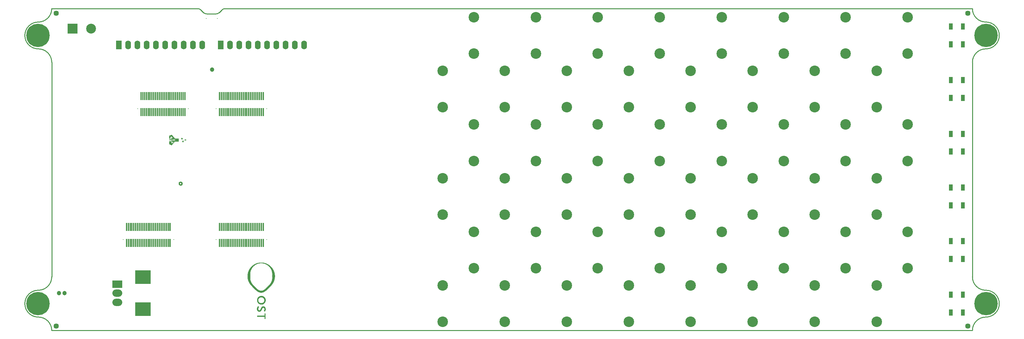
<source format=gts>
G04*
G04 #@! TF.GenerationSoftware,Altium Limited,Altium Designer,22.2.1 (43)*
G04*
G04 Layer_Color=8388736*
%FSLAX44Y44*%
%MOMM*%
G71*
G04*
G04 #@! TF.SameCoordinates,C2D7B67D-8841-428D-B263-7EF30795714A*
G04*
G04*
G04 #@! TF.FilePolarity,Negative*
G04*
G01*
G75*
%ADD10C,0.2540*%
%ADD17R,1.1032X1.7032*%
%ADD18R,0.4532X2.2032*%
%ADD19C,0.2032*%
%ADD20R,2.7032X2.0032*%
%ADD21O,2.7032X2.0032*%
%ADD22R,4.2032X3.7032*%
%ADD23C,1.2032*%
%ADD24C,1.4480*%
%ADD25C,6.4032*%
%ADD26C,2.9032*%
%ADD27C,2.7032*%
%ADD28R,2.7032X2.7032*%
%ADD29O,1.6032X2.4032*%
%ADD30R,1.6032X2.4032*%
G36*
X328297Y88816D02*
X329052D01*
Y88061D01*
X329430D01*
Y87684D01*
X329052D01*
Y86929D01*
X328675D01*
Y86551D01*
X327542D01*
Y86929D01*
X327164D01*
Y87306D01*
X326787D01*
Y88439D01*
X327164D01*
Y88816D01*
X327920D01*
Y89194D01*
X328297D01*
Y88816D01*
D02*
G37*
G36*
X358121Y86551D02*
X358876D01*
Y85796D01*
X359253D01*
Y83531D01*
X358876D01*
Y83154D01*
X358498D01*
Y82776D01*
X355856D01*
Y83154D01*
X355478D01*
Y83531D01*
X355101D01*
Y85796D01*
X355478D01*
Y86551D01*
X356233D01*
Y86929D01*
X358121D01*
Y86551D01*
D02*
G37*
G36*
X336980Y81644D02*
X337357D01*
Y80889D01*
X336980D01*
Y80134D01*
X335470D01*
Y80511D01*
X335092D01*
Y80889D01*
X334715D01*
Y81644D01*
X335092D01*
Y82021D01*
X335470D01*
Y82399D01*
X336980D01*
Y81644D01*
D02*
G37*
G36*
X367181Y82776D02*
X367936D01*
Y82399D01*
X368314D01*
Y79756D01*
X367936D01*
Y79378D01*
X367559D01*
Y79001D01*
X364916D01*
Y79378D01*
X364538D01*
Y79756D01*
X364161D01*
Y82021D01*
X364538D01*
Y82776D01*
X365294D01*
Y83154D01*
X367181D01*
Y82776D01*
D02*
G37*
G36*
X329430Y95234D02*
X329807D01*
Y94857D01*
X330185D01*
Y94479D01*
X330562D01*
Y94102D01*
X330940D01*
Y93347D01*
X331317D01*
Y92969D01*
X331695D01*
Y92591D01*
X332072D01*
Y92214D01*
X332450D01*
Y91837D01*
X332827D01*
Y91459D01*
X333205D01*
Y90704D01*
X333582D01*
Y90326D01*
X333960D01*
Y89949D01*
X334337D01*
Y89571D01*
X334715D01*
Y89194D01*
X335092D01*
Y88816D01*
X335470D01*
Y88061D01*
X335847D01*
Y87684D01*
X336225D01*
Y87306D01*
X336602D01*
Y86929D01*
X336980D01*
Y86551D01*
X337357D01*
Y86174D01*
X337735D01*
Y85419D01*
X348305D01*
Y85041D01*
X348683D01*
Y77491D01*
X348305D01*
Y77113D01*
X337735D01*
Y76358D01*
X337357D01*
Y75981D01*
X336980D01*
Y75603D01*
X336602D01*
Y75226D01*
X336225D01*
Y74848D01*
X335847D01*
Y74471D01*
X335470D01*
Y73716D01*
X335092D01*
Y73338D01*
X334715D01*
Y72961D01*
X334337D01*
Y72583D01*
X333960D01*
Y72206D01*
X333582D01*
Y71828D01*
X333205D01*
Y71073D01*
X332827D01*
Y70696D01*
X332450D01*
Y70318D01*
X332072D01*
Y69941D01*
X331695D01*
Y69563D01*
X331317D01*
Y68808D01*
X330940D01*
Y68431D01*
X330562D01*
Y68053D01*
X330185D01*
Y67676D01*
X329807D01*
Y67298D01*
X329430D01*
Y66921D01*
X328297D01*
Y67298D01*
X327164D01*
Y67676D01*
X326409D01*
Y68053D01*
X325277D01*
Y68431D01*
X324144D01*
Y68808D01*
X323389D01*
Y69186D01*
X322634D01*
Y69563D01*
X322257D01*
Y77491D01*
X326787D01*
Y77113D01*
X327164D01*
Y76736D01*
X327542D01*
Y76358D01*
X327920D01*
Y75981D01*
X328297D01*
Y74848D01*
X327920D01*
Y74093D01*
X328297D01*
Y73338D01*
X328675D01*
Y72583D01*
X329430D01*
Y72206D01*
X331695D01*
Y72583D01*
X332450D01*
Y72961D01*
X332827D01*
Y73716D01*
X333205D01*
Y75226D01*
X332827D01*
Y75981D01*
X332450D01*
Y76358D01*
X332072D01*
Y76736D01*
X331695D01*
Y77113D01*
X329807D01*
Y76736D01*
X329430D01*
Y77113D01*
X328675D01*
Y77491D01*
X328297D01*
Y77868D01*
X327920D01*
Y78246D01*
X327542D01*
Y78623D01*
X327164D01*
Y79001D01*
X322257D01*
Y80511D01*
X333582D01*
Y80134D01*
X333960D01*
Y79756D01*
X334337D01*
Y79378D01*
X334715D01*
Y79001D01*
X335470D01*
Y78623D01*
X336602D01*
Y79001D01*
X337357D01*
Y79378D01*
X338112D01*
Y80134D01*
X338490D01*
Y82399D01*
X338112D01*
Y83154D01*
X337357D01*
Y83531D01*
X336602D01*
Y83909D01*
X335470D01*
Y83531D01*
X334715D01*
Y83154D01*
X334337D01*
Y82776D01*
X333960D01*
Y82399D01*
X333582D01*
Y82021D01*
X322257D01*
Y83531D01*
X324899D01*
Y83909D01*
X325277D01*
Y84286D01*
X325654D01*
Y84664D01*
X326032D01*
Y85041D01*
X326409D01*
Y85419D01*
X329430D01*
Y85796D01*
X329807D01*
Y86174D01*
X330185D01*
Y86929D01*
X330562D01*
Y88816D01*
X330185D01*
Y89571D01*
X329807D01*
Y89949D01*
X329052D01*
Y90326D01*
X327164D01*
Y89949D01*
X326409D01*
Y89571D01*
X326032D01*
Y89194D01*
X325654D01*
Y86174D01*
X325277D01*
Y85796D01*
X324899D01*
Y85419D01*
X324522D01*
Y85041D01*
X324144D01*
Y84664D01*
X322634D01*
Y85041D01*
X322257D01*
Y92969D01*
X322634D01*
Y93347D01*
X323389D01*
Y93724D01*
X324522D01*
Y94102D01*
X325277D01*
Y94479D01*
X326409D01*
Y94857D01*
X327164D01*
Y95234D01*
X328297D01*
Y95612D01*
X329430D01*
Y95234D01*
D02*
G37*
G36*
X361141Y79001D02*
X361518D01*
Y78623D01*
X361896D01*
Y77868D01*
X362273D01*
Y76736D01*
X361896D01*
Y75981D01*
X361518D01*
Y75603D01*
X361141D01*
Y75226D01*
X358876D01*
Y75603D01*
X358498D01*
Y75981D01*
X358121D01*
Y76358D01*
X357743D01*
Y78246D01*
X358121D01*
Y78623D01*
X358498D01*
Y79001D01*
X358876D01*
Y79378D01*
X361141D01*
Y79001D01*
D02*
G37*
G36*
X330940Y75603D02*
X331317D01*
Y75226D01*
X331695D01*
Y73716D01*
X331317D01*
Y73338D01*
X330185D01*
Y73716D01*
X329430D01*
Y75226D01*
X329807D01*
Y75603D01*
X330562D01*
Y75981D01*
X330940D01*
Y75603D01*
D02*
G37*
G36*
X355478Y-33498D02*
X356233D01*
Y-33876D01*
X356988D01*
Y-34253D01*
X357366D01*
Y-34631D01*
X357743D01*
Y-35008D01*
X358121D01*
Y-35386D01*
X358498D01*
Y-36141D01*
X358876D01*
Y-37273D01*
X359253D01*
Y-40293D01*
X358876D01*
Y-41426D01*
X358498D01*
Y-41803D01*
X358121D01*
Y-42559D01*
X357743D01*
Y-42936D01*
X357366D01*
Y-43314D01*
X356611D01*
Y-43691D01*
X355856D01*
Y-44069D01*
X354723D01*
Y-44446D01*
X352458D01*
Y-44069D01*
X351325D01*
Y-43691D01*
X350570D01*
Y-43314D01*
X349815D01*
Y-42936D01*
X349438D01*
Y-42559D01*
X349060D01*
Y-41803D01*
X348683D01*
Y-41426D01*
X348305D01*
Y-40293D01*
X347928D01*
Y-37273D01*
X348305D01*
Y-36141D01*
X348683D01*
Y-35386D01*
X349060D01*
Y-35008D01*
X349438D01*
Y-34631D01*
X349815D01*
Y-34253D01*
X350193D01*
Y-33876D01*
X350948D01*
Y-33498D01*
X351703D01*
Y-33121D01*
X355478D01*
Y-33498D01*
D02*
G37*
G36*
X576437Y-255844D02*
X577749D01*
Y-255938D01*
X578781D01*
Y-256031D01*
X579530D01*
Y-256125D01*
X580187D01*
Y-256219D01*
X580749D01*
Y-256313D01*
X581312D01*
Y-256406D01*
X581780D01*
Y-256500D01*
X582249D01*
Y-256594D01*
X582718D01*
Y-256688D01*
X583093D01*
Y-256781D01*
X583561D01*
Y-256875D01*
X583936D01*
Y-256969D01*
X584218D01*
Y-257063D01*
X584593D01*
Y-257156D01*
X584967D01*
Y-257250D01*
X585249D01*
Y-257344D01*
X585530D01*
Y-257438D01*
X585905D01*
Y-257531D01*
X586186D01*
Y-257625D01*
X586467D01*
Y-257719D01*
X586749D01*
Y-257812D01*
X587030D01*
Y-257906D01*
X587311D01*
Y-258000D01*
X587499D01*
Y-258094D01*
X587780D01*
Y-258188D01*
X588061D01*
Y-258281D01*
X588248D01*
Y-258375D01*
X588530D01*
Y-258469D01*
X588717D01*
Y-258562D01*
X588998D01*
Y-258656D01*
X589186D01*
Y-258750D01*
X589373D01*
Y-258844D01*
X589655D01*
Y-258937D01*
X589842D01*
Y-259031D01*
X590029D01*
Y-259125D01*
X590217D01*
Y-259219D01*
X590498D01*
Y-259312D01*
X590686D01*
Y-259406D01*
X590873D01*
Y-259500D01*
X591061D01*
Y-259594D01*
X591248D01*
Y-259687D01*
X591436D01*
Y-259781D01*
X591623D01*
Y-259875D01*
X591811D01*
Y-259969D01*
X591998D01*
Y-260062D01*
X592186D01*
Y-260156D01*
X592373D01*
Y-260250D01*
X592467D01*
Y-260343D01*
X592654D01*
Y-260437D01*
X592842D01*
Y-260531D01*
X593029D01*
Y-260625D01*
X593217D01*
Y-260718D01*
X593311D01*
Y-260812D01*
X593498D01*
Y-260906D01*
X593685D01*
Y-261000D01*
X593873D01*
Y-261094D01*
X593967D01*
Y-261187D01*
X594154D01*
Y-261281D01*
X594248D01*
Y-261375D01*
X594435D01*
Y-261468D01*
X594623D01*
Y-261562D01*
X594716D01*
Y-261656D01*
X594904D01*
Y-261750D01*
X594998D01*
Y-261843D01*
X595185D01*
Y-261937D01*
X595279D01*
Y-262031D01*
X595466D01*
Y-262125D01*
X595560D01*
Y-262218D01*
X595748D01*
Y-262312D01*
X595841D01*
Y-262406D01*
X596029D01*
Y-262500D01*
X596123D01*
Y-262593D01*
X596310D01*
Y-262687D01*
X596404D01*
Y-262781D01*
X596498D01*
Y-262875D01*
X596685D01*
Y-262968D01*
X596779D01*
Y-263062D01*
X596966D01*
Y-263156D01*
X597060D01*
Y-263249D01*
X597154D01*
Y-263343D01*
X597341D01*
Y-263437D01*
X597435D01*
Y-263531D01*
X597529D01*
Y-263624D01*
X597622D01*
Y-263718D01*
X597810D01*
Y-263812D01*
X597904D01*
Y-263906D01*
X597998D01*
Y-264000D01*
X598091D01*
Y-264093D01*
X598279D01*
Y-264187D01*
X598372D01*
Y-264281D01*
X598466D01*
Y-264374D01*
X598560D01*
Y-264468D01*
X598747D01*
Y-264562D01*
X598841D01*
Y-264656D01*
X598935D01*
Y-264749D01*
X599029D01*
Y-264843D01*
X599122D01*
Y-264937D01*
X599216D01*
Y-265031D01*
X599404D01*
Y-265124D01*
X599497D01*
Y-265218D01*
X599591D01*
Y-265312D01*
X599685D01*
Y-265406D01*
X599779D01*
Y-265499D01*
X599872D01*
Y-265593D01*
X599966D01*
Y-265687D01*
X600060D01*
Y-265781D01*
X600154D01*
Y-265874D01*
X600247D01*
Y-265968D01*
X600435D01*
Y-266062D01*
X600529D01*
Y-266155D01*
X600622D01*
Y-266249D01*
X600716D01*
Y-266343D01*
X600810D01*
Y-266437D01*
X600904D01*
Y-266530D01*
X600997D01*
Y-266624D01*
X601091D01*
Y-266718D01*
X601185D01*
Y-266812D01*
X601278D01*
Y-266905D01*
X601372D01*
Y-266999D01*
X601466D01*
Y-267093D01*
X601560D01*
Y-267187D01*
X601653D01*
Y-267280D01*
X601747D01*
Y-267374D01*
X601841D01*
Y-267468D01*
X601935D01*
Y-267655D01*
X602028D01*
Y-267749D01*
X602122D01*
Y-267843D01*
X602216D01*
Y-267937D01*
X602310D01*
Y-268030D01*
X602403D01*
Y-268124D01*
X602497D01*
Y-268218D01*
X602591D01*
Y-268312D01*
X602685D01*
Y-268405D01*
X602778D01*
Y-268499D01*
X602872D01*
Y-268687D01*
X602966D01*
Y-268780D01*
X603060D01*
Y-268874D01*
X603153D01*
Y-268968D01*
X603247D01*
Y-269062D01*
X603341D01*
Y-269155D01*
X603434D01*
Y-269343D01*
X603528D01*
Y-269436D01*
X603622D01*
Y-269530D01*
X603716D01*
Y-269624D01*
X603810D01*
Y-269811D01*
X603903D01*
Y-269905D01*
X603997D01*
Y-269999D01*
X604091D01*
Y-270093D01*
X604184D01*
Y-270280D01*
X604278D01*
Y-270374D01*
X604372D01*
Y-270468D01*
X604466D01*
Y-270561D01*
X604559D01*
Y-270749D01*
X604653D01*
Y-270843D01*
X604747D01*
Y-270936D01*
X604841D01*
Y-271124D01*
X604934D01*
Y-271217D01*
X605028D01*
Y-271405D01*
X605122D01*
Y-271499D01*
X605216D01*
Y-271593D01*
X605309D01*
Y-271780D01*
X605403D01*
Y-271874D01*
X605497D01*
Y-272061D01*
X605591D01*
Y-272155D01*
X605684D01*
Y-272342D01*
X605778D01*
Y-272436D01*
X605872D01*
Y-272624D01*
X605965D01*
Y-272717D01*
X606059D01*
Y-272905D01*
X606153D01*
Y-272999D01*
X606247D01*
Y-273186D01*
X606340D01*
Y-273280D01*
X606434D01*
Y-273467D01*
X606528D01*
Y-273655D01*
X606622D01*
Y-273749D01*
X606716D01*
Y-273936D01*
X606809D01*
Y-274030D01*
X606903D01*
Y-274217D01*
X606997D01*
Y-274405D01*
X607090D01*
Y-274592D01*
X607184D01*
Y-274686D01*
X607278D01*
Y-274873D01*
X607372D01*
Y-275061D01*
X607465D01*
Y-275248D01*
X607559D01*
Y-275436D01*
X607653D01*
Y-275530D01*
X607747D01*
Y-275717D01*
X607840D01*
Y-275905D01*
X607934D01*
Y-276092D01*
X608028D01*
Y-276280D01*
X608122D01*
Y-276467D01*
X608215D01*
Y-276654D01*
X608309D01*
Y-276842D01*
X608403D01*
Y-277029D01*
X608497D01*
Y-277217D01*
X608590D01*
Y-277404D01*
X608684D01*
Y-277592D01*
X608778D01*
Y-277873D01*
X608871D01*
Y-278061D01*
X608965D01*
Y-278248D01*
X609059D01*
Y-278529D01*
X609153D01*
Y-278717D01*
X609246D01*
Y-278904D01*
X609340D01*
Y-279186D01*
X609434D01*
Y-279373D01*
X609528D01*
Y-279654D01*
X609621D01*
Y-279842D01*
X609715D01*
Y-280123D01*
X609809D01*
Y-280404D01*
X609903D01*
Y-280592D01*
X609996D01*
Y-280873D01*
X610090D01*
Y-281154D01*
X610184D01*
Y-281435D01*
X610278D01*
Y-281717D01*
X610371D01*
Y-281998D01*
X610465D01*
Y-282279D01*
X610559D01*
Y-282654D01*
X610653D01*
Y-282935D01*
X610746D01*
Y-283310D01*
X610840D01*
Y-283685D01*
X610934D01*
Y-283966D01*
X611028D01*
Y-284341D01*
X611121D01*
Y-284810D01*
X611215D01*
Y-285185D01*
X611309D01*
Y-285654D01*
X611403D01*
Y-286122D01*
X611496D01*
Y-286591D01*
X611590D01*
Y-287154D01*
X611684D01*
Y-287716D01*
X611777D01*
Y-288372D01*
X611871D01*
Y-289122D01*
X611965D01*
Y-290060D01*
X612059D01*
Y-291466D01*
X612152D01*
Y-295309D01*
X612059D01*
Y-296715D01*
X611965D01*
Y-297653D01*
X611871D01*
Y-298403D01*
X611777D01*
Y-299059D01*
X611684D01*
Y-299621D01*
X611590D01*
Y-300184D01*
X611496D01*
Y-300652D01*
X611403D01*
Y-301121D01*
X611309D01*
Y-301590D01*
X611215D01*
Y-301965D01*
X611121D01*
Y-302433D01*
X611028D01*
Y-302808D01*
X610934D01*
Y-303183D01*
X610840D01*
Y-303465D01*
X610746D01*
Y-303840D01*
X610653D01*
Y-304121D01*
X610559D01*
Y-304496D01*
X610465D01*
Y-304777D01*
X610371D01*
Y-305058D01*
X610278D01*
Y-305339D01*
X610184D01*
Y-305621D01*
X610090D01*
Y-305902D01*
X609996D01*
Y-306183D01*
X609903D01*
Y-306371D01*
X609809D01*
Y-306652D01*
X609715D01*
Y-306933D01*
X609621D01*
Y-307120D01*
X609528D01*
Y-307402D01*
X609434D01*
Y-307589D01*
X609340D01*
Y-307870D01*
X609246D01*
Y-308058D01*
X609153D01*
Y-308339D01*
X609059D01*
Y-308527D01*
X608965D01*
Y-308714D01*
X608871D01*
Y-308902D01*
X608778D01*
Y-309183D01*
X608684D01*
Y-309370D01*
X608590D01*
Y-309558D01*
X608497D01*
Y-309745D01*
X608403D01*
Y-309933D01*
X608309D01*
Y-310120D01*
X608215D01*
Y-310308D01*
X608122D01*
Y-310495D01*
X608028D01*
Y-310683D01*
X607934D01*
Y-310870D01*
X607840D01*
Y-311058D01*
X607747D01*
Y-311245D01*
X607653D01*
Y-311433D01*
X607559D01*
Y-311526D01*
X607465D01*
Y-311714D01*
X607372D01*
Y-311901D01*
X607278D01*
Y-312089D01*
X607184D01*
Y-312183D01*
X607090D01*
Y-312370D01*
X606997D01*
Y-312558D01*
X606903D01*
Y-312745D01*
X606809D01*
Y-312839D01*
X606716D01*
Y-313026D01*
X606622D01*
Y-313214D01*
X606528D01*
Y-313307D01*
X606434D01*
Y-313495D01*
X606340D01*
Y-313589D01*
X606247D01*
Y-313776D01*
X606153D01*
Y-313870D01*
X606059D01*
Y-314057D01*
X605965D01*
Y-314151D01*
X605872D01*
Y-314339D01*
X605778D01*
Y-314432D01*
X605684D01*
Y-314620D01*
X605591D01*
Y-314714D01*
X605497D01*
Y-314901D01*
X605403D01*
Y-314995D01*
X605309D01*
Y-315182D01*
X605216D01*
Y-315276D01*
X605122D01*
Y-315464D01*
X605028D01*
Y-315557D01*
X604934D01*
Y-315651D01*
X604841D01*
Y-315838D01*
X604747D01*
Y-315932D01*
X604653D01*
Y-316026D01*
X604559D01*
Y-316213D01*
X604466D01*
Y-316307D01*
X604372D01*
Y-316401D01*
X604278D01*
Y-316588D01*
X604184D01*
Y-316682D01*
X604091D01*
Y-316776D01*
X603997D01*
Y-316870D01*
X603903D01*
Y-317057D01*
X603810D01*
Y-317151D01*
X603716D01*
Y-317245D01*
X603622D01*
Y-317338D01*
X603528D01*
Y-317432D01*
X603434D01*
Y-317619D01*
X603341D01*
Y-317713D01*
X603247D01*
Y-317807D01*
X603153D01*
Y-317901D01*
X603060D01*
Y-317994D01*
X602966D01*
Y-318088D01*
X602872D01*
Y-318276D01*
X602778D01*
Y-318370D01*
X602685D01*
Y-318463D01*
X602591D01*
Y-318557D01*
X602497D01*
Y-318651D01*
X602403D01*
Y-318745D01*
X602310D01*
Y-318838D01*
X602216D01*
Y-318932D01*
X602122D01*
Y-319026D01*
X602028D01*
Y-319213D01*
X601935D01*
Y-319307D01*
X601841D01*
Y-319401D01*
X601747D01*
Y-319494D01*
X601653D01*
Y-319588D01*
X601560D01*
Y-319682D01*
X601466D01*
Y-319776D01*
X601372D01*
Y-319869D01*
X601278D01*
Y-319963D01*
X601185D01*
Y-320057D01*
X601091D01*
Y-320150D01*
X600997D01*
Y-320244D01*
X600904D01*
Y-320338D01*
X600810D01*
Y-320432D01*
X600716D01*
Y-320526D01*
X600622D01*
Y-320619D01*
X600529D01*
Y-320713D01*
X600435D01*
Y-320807D01*
X600341D01*
Y-320900D01*
X600247D01*
Y-320994D01*
X600154D01*
Y-321088D01*
X600060D01*
Y-321182D01*
X599966D01*
Y-321275D01*
X599872D01*
Y-321369D01*
X599779D01*
Y-321463D01*
X599685D01*
Y-321557D01*
X599591D01*
Y-321650D01*
X599497D01*
Y-321744D01*
X599404D01*
Y-321838D01*
X599310D01*
Y-321932D01*
X599216D01*
Y-322025D01*
X599122D01*
Y-322119D01*
X599029D01*
Y-322213D01*
X598935D01*
Y-322307D01*
X598841D01*
Y-322400D01*
X598747D01*
Y-322494D01*
X598654D01*
Y-322682D01*
X598560D01*
Y-322775D01*
X598466D01*
Y-322869D01*
X598372D01*
Y-322963D01*
X598279D01*
Y-323057D01*
X598185D01*
Y-323150D01*
X598091D01*
Y-323244D01*
X597998D01*
Y-323338D01*
X597904D01*
Y-323432D01*
X597810D01*
Y-323525D01*
X597716D01*
Y-323619D01*
X597622D01*
Y-323713D01*
X597529D01*
Y-323806D01*
X597435D01*
Y-323900D01*
X597341D01*
Y-323994D01*
X597248D01*
Y-324088D01*
X597154D01*
Y-324181D01*
X597060D01*
Y-324275D01*
X596966D01*
Y-324369D01*
X596873D01*
Y-324463D01*
X596779D01*
Y-324556D01*
X596685D01*
Y-324744D01*
X596591D01*
Y-324838D01*
X596498D01*
Y-324931D01*
X596404D01*
Y-325025D01*
X596310D01*
Y-325119D01*
X596217D01*
Y-325213D01*
X596123D01*
Y-325306D01*
X596029D01*
Y-325400D01*
X595935D01*
Y-325494D01*
X595841D01*
Y-325588D01*
X595748D01*
Y-325681D01*
X595654D01*
Y-325775D01*
X595560D01*
Y-325869D01*
X595466D01*
Y-325962D01*
X595373D01*
Y-326056D01*
X595279D01*
Y-326150D01*
X595185D01*
Y-326244D01*
X595092D01*
Y-326338D01*
X594998D01*
Y-326431D01*
X594904D01*
Y-326525D01*
X594810D01*
Y-326619D01*
X594716D01*
Y-326712D01*
X594623D01*
Y-326806D01*
X594529D01*
Y-326900D01*
X594435D01*
Y-326994D01*
X594342D01*
Y-327088D01*
X594248D01*
Y-327181D01*
X594154D01*
Y-327275D01*
X594060D01*
Y-327369D01*
X593967D01*
Y-327462D01*
X593873D01*
Y-327556D01*
X593779D01*
Y-327650D01*
X593685D01*
Y-327744D01*
X593592D01*
Y-327837D01*
X593498D01*
Y-327931D01*
X593404D01*
Y-328025D01*
X593311D01*
Y-328119D01*
X593217D01*
Y-328212D01*
X593123D01*
Y-328306D01*
X593029D01*
Y-328400D01*
X592935D01*
Y-328493D01*
X592842D01*
Y-328587D01*
X592748D01*
Y-328681D01*
X592654D01*
Y-328775D01*
X592561D01*
Y-328868D01*
X592467D01*
Y-328962D01*
X592373D01*
Y-329056D01*
X592279D01*
Y-329150D01*
X592186D01*
Y-329244D01*
X592092D01*
Y-329337D01*
X591998D01*
Y-329431D01*
X591904D01*
Y-329525D01*
X591811D01*
Y-329618D01*
X591717D01*
Y-329712D01*
X591623D01*
Y-329806D01*
X591529D01*
Y-329900D01*
X591342D01*
Y-329993D01*
X591248D01*
Y-330087D01*
X591154D01*
Y-330181D01*
X591061D01*
Y-330275D01*
X590967D01*
Y-330368D01*
X590873D01*
Y-330462D01*
X590779D01*
Y-330556D01*
X590686D01*
Y-330650D01*
X590592D01*
Y-330743D01*
X590498D01*
Y-330837D01*
X590405D01*
Y-330931D01*
X590217D01*
Y-331025D01*
X590123D01*
Y-331118D01*
X590029D01*
Y-331212D01*
X589936D01*
Y-331306D01*
X589842D01*
Y-331399D01*
X589748D01*
Y-331493D01*
X589655D01*
Y-331587D01*
X589467D01*
Y-331681D01*
X589373D01*
Y-331774D01*
X589280D01*
Y-331868D01*
X589186D01*
Y-331962D01*
X589092D01*
Y-332056D01*
X588998D01*
Y-332149D01*
X588811D01*
Y-332243D01*
X588717D01*
Y-332337D01*
X588623D01*
Y-332431D01*
X588530D01*
Y-332524D01*
X588436D01*
Y-332618D01*
X588248D01*
Y-332712D01*
X588155D01*
Y-332806D01*
X588061D01*
Y-332899D01*
X587967D01*
Y-332993D01*
X587780D01*
Y-333087D01*
X587686D01*
Y-333181D01*
X587592D01*
Y-333274D01*
X587499D01*
Y-333368D01*
X587311D01*
Y-333462D01*
X587217D01*
Y-333556D01*
X587123D01*
Y-333649D01*
X586936D01*
Y-333743D01*
X586842D01*
Y-333837D01*
X586749D01*
Y-333931D01*
X586561D01*
Y-334024D01*
X586467D01*
Y-334118D01*
X586374D01*
Y-334212D01*
X586186D01*
Y-334305D01*
X586092D01*
Y-334399D01*
X585905D01*
Y-334493D01*
X585811D01*
Y-334587D01*
X585717D01*
Y-334680D01*
X585530D01*
Y-334774D01*
X585436D01*
Y-334868D01*
X585249D01*
Y-334962D01*
X585155D01*
Y-335055D01*
X584967D01*
Y-335149D01*
X584874D01*
Y-335243D01*
X584686D01*
Y-335337D01*
X584593D01*
Y-335430D01*
X584405D01*
Y-335524D01*
X584218D01*
Y-335618D01*
X584124D01*
Y-335712D01*
X583936D01*
Y-335805D01*
X583749D01*
Y-335899D01*
X583655D01*
Y-335993D01*
X583468D01*
Y-336087D01*
X583280D01*
Y-336180D01*
X583093D01*
Y-336274D01*
X582999D01*
Y-336368D01*
X582811D01*
Y-336462D01*
X582624D01*
Y-336555D01*
X582436D01*
Y-336649D01*
X582249D01*
Y-336743D01*
X582062D01*
Y-336837D01*
X581874D01*
Y-336930D01*
X581687D01*
Y-337024D01*
X581499D01*
Y-337118D01*
X581312D01*
Y-337211D01*
X581124D01*
Y-337305D01*
X580843D01*
Y-337399D01*
X580655D01*
Y-337493D01*
X580374D01*
Y-337587D01*
X580187D01*
Y-337680D01*
X579905D01*
Y-337774D01*
X579624D01*
Y-337868D01*
X579437D01*
Y-337961D01*
X579156D01*
Y-338055D01*
X578781D01*
Y-338149D01*
X578499D01*
Y-338243D01*
X578124D01*
Y-338336D01*
X577749D01*
Y-338430D01*
X577281D01*
Y-338524D01*
X576812D01*
Y-338618D01*
X576156D01*
Y-338711D01*
X572781D01*
Y-338618D01*
X572125D01*
Y-338524D01*
X571656D01*
Y-338430D01*
X571188D01*
Y-338336D01*
X570812D01*
Y-338243D01*
X570438D01*
Y-338149D01*
X570156D01*
Y-338055D01*
X569875D01*
Y-337961D01*
X569594D01*
Y-337868D01*
X569313D01*
Y-337774D01*
X569031D01*
Y-337680D01*
X568750D01*
Y-337587D01*
X568563D01*
Y-337493D01*
X568282D01*
Y-337399D01*
X568094D01*
Y-337305D01*
X567906D01*
Y-337211D01*
X567625D01*
Y-337118D01*
X567438D01*
Y-337024D01*
X567250D01*
Y-336930D01*
X567063D01*
Y-336837D01*
X566875D01*
Y-336743D01*
X566688D01*
Y-336649D01*
X566500D01*
Y-336555D01*
X566313D01*
Y-336462D01*
X566125D01*
Y-336368D01*
X566032D01*
Y-336274D01*
X565844D01*
Y-336180D01*
X565657D01*
Y-336087D01*
X565469D01*
Y-335993D01*
X565376D01*
Y-335899D01*
X565188D01*
Y-335805D01*
X565000D01*
Y-335712D01*
X564907D01*
Y-335618D01*
X564719D01*
Y-335524D01*
X564532D01*
Y-335430D01*
X564438D01*
Y-335337D01*
X564251D01*
Y-335243D01*
X564157D01*
Y-335149D01*
X563969D01*
Y-335055D01*
X563876D01*
Y-334962D01*
X563688D01*
Y-334868D01*
X563594D01*
Y-334774D01*
X563407D01*
Y-334680D01*
X563313D01*
Y-334587D01*
X563126D01*
Y-334493D01*
X563032D01*
Y-334399D01*
X562938D01*
Y-334305D01*
X562751D01*
Y-334212D01*
X562657D01*
Y-334118D01*
X562469D01*
Y-334024D01*
X562376D01*
Y-333931D01*
X562282D01*
Y-333837D01*
X562095D01*
Y-333743D01*
X562001D01*
Y-333649D01*
X561907D01*
Y-333556D01*
X561720D01*
Y-333462D01*
X561626D01*
Y-333368D01*
X561532D01*
Y-333274D01*
X561438D01*
Y-333181D01*
X561251D01*
Y-333087D01*
X561157D01*
Y-332993D01*
X561063D01*
Y-332899D01*
X560970D01*
Y-332806D01*
X560782D01*
Y-332712D01*
X560689D01*
Y-332618D01*
X560595D01*
Y-332524D01*
X560501D01*
Y-332431D01*
X560313D01*
Y-332337D01*
X560220D01*
Y-332243D01*
X560126D01*
Y-332149D01*
X560032D01*
Y-332056D01*
X559939D01*
Y-331962D01*
X559845D01*
Y-331868D01*
X559657D01*
Y-331774D01*
X559564D01*
Y-331681D01*
X559470D01*
Y-331587D01*
X559376D01*
Y-331493D01*
X559282D01*
Y-331399D01*
X559189D01*
Y-331306D01*
X559001D01*
Y-331212D01*
X558907D01*
Y-331118D01*
X558814D01*
Y-331025D01*
X558720D01*
Y-330931D01*
X558626D01*
Y-330837D01*
X558532D01*
Y-330743D01*
X558439D01*
Y-330650D01*
X558345D01*
Y-330556D01*
X558251D01*
Y-330462D01*
X558158D01*
Y-330368D01*
X557970D01*
Y-330275D01*
X557876D01*
Y-330181D01*
X557783D01*
Y-330087D01*
X557689D01*
Y-329993D01*
X557595D01*
Y-329900D01*
X557501D01*
Y-329806D01*
X557407D01*
Y-329712D01*
X557314D01*
Y-329618D01*
X557220D01*
Y-329525D01*
X557126D01*
Y-329431D01*
X557033D01*
Y-329337D01*
X556939D01*
Y-329244D01*
X556845D01*
Y-329150D01*
X556751D01*
Y-329056D01*
X556658D01*
Y-328962D01*
X556564D01*
Y-328868D01*
X556470D01*
Y-328775D01*
X556283D01*
Y-328681D01*
X556189D01*
Y-328587D01*
X556095D01*
Y-328493D01*
X556001D01*
Y-328400D01*
X555908D01*
Y-328306D01*
X555814D01*
Y-328212D01*
X555720D01*
Y-328119D01*
X555626D01*
Y-328025D01*
X555533D01*
Y-327931D01*
X555439D01*
Y-327837D01*
X555345D01*
Y-327744D01*
X555251D01*
Y-327650D01*
X555158D01*
Y-327556D01*
X555064D01*
Y-327462D01*
X554970D01*
Y-327369D01*
X554877D01*
Y-327275D01*
X554783D01*
Y-327181D01*
X554689D01*
Y-327088D01*
X554595D01*
Y-326994D01*
X554501D01*
Y-326900D01*
X554408D01*
Y-326806D01*
X554314D01*
Y-326619D01*
X554220D01*
Y-326525D01*
X554127D01*
Y-326431D01*
X554033D01*
Y-326338D01*
X553939D01*
Y-326244D01*
X553845D01*
Y-326150D01*
X553752D01*
Y-326056D01*
X553658D01*
Y-325962D01*
X553564D01*
Y-325869D01*
X553470D01*
Y-325775D01*
X553377D01*
Y-325681D01*
X553283D01*
Y-325588D01*
X553189D01*
Y-325494D01*
X553095D01*
Y-325400D01*
X553002D01*
Y-325306D01*
X552908D01*
Y-325213D01*
X552814D01*
Y-325119D01*
X552720D01*
Y-325025D01*
X552627D01*
Y-324931D01*
X552533D01*
Y-324838D01*
X552439D01*
Y-324744D01*
X552346D01*
Y-324650D01*
X552252D01*
Y-324556D01*
X552158D01*
Y-324463D01*
X552064D01*
Y-324369D01*
X551970D01*
Y-324181D01*
X551877D01*
Y-324088D01*
X551783D01*
Y-323994D01*
X551689D01*
Y-323900D01*
X551596D01*
Y-323806D01*
X551502D01*
Y-323713D01*
X551408D01*
Y-323619D01*
X551314D01*
Y-323525D01*
X551221D01*
Y-323432D01*
X551127D01*
Y-323338D01*
X551033D01*
Y-323244D01*
X550939D01*
Y-323150D01*
X550846D01*
Y-323057D01*
X550752D01*
Y-322963D01*
X550658D01*
Y-322869D01*
X550564D01*
Y-322775D01*
X550471D01*
Y-322682D01*
X550377D01*
Y-322588D01*
X550283D01*
Y-322494D01*
X550189D01*
Y-322307D01*
X550096D01*
Y-322213D01*
X550002D01*
Y-322119D01*
X549908D01*
Y-322025D01*
X549814D01*
Y-321932D01*
X549721D01*
Y-321838D01*
X549627D01*
Y-321744D01*
X549533D01*
Y-321650D01*
X549440D01*
Y-321557D01*
X549346D01*
Y-321463D01*
X549252D01*
Y-321369D01*
X549158D01*
Y-321275D01*
X549064D01*
Y-321182D01*
X548971D01*
Y-321088D01*
X548877D01*
Y-320994D01*
X548783D01*
Y-320900D01*
X548690D01*
Y-320807D01*
X548596D01*
Y-320713D01*
X548502D01*
Y-320619D01*
X548408D01*
Y-320526D01*
X548315D01*
Y-320432D01*
X548221D01*
Y-320338D01*
X548127D01*
Y-320244D01*
X548033D01*
Y-320150D01*
X547940D01*
Y-320057D01*
X547846D01*
Y-319963D01*
X547752D01*
Y-319869D01*
X547658D01*
Y-319776D01*
X547565D01*
Y-319682D01*
X547471D01*
Y-319588D01*
X547377D01*
Y-319494D01*
X547284D01*
Y-319401D01*
X547190D01*
Y-319307D01*
X547096D01*
Y-319213D01*
X547002D01*
Y-319026D01*
X546908D01*
Y-318932D01*
X546815D01*
Y-318838D01*
X546721D01*
Y-318745D01*
X546627D01*
Y-318651D01*
X546534D01*
Y-318557D01*
X546440D01*
Y-318463D01*
X546346D01*
Y-318370D01*
X546252D01*
Y-318276D01*
X546158D01*
Y-318088D01*
X546065D01*
Y-317994D01*
X545971D01*
Y-317901D01*
X545877D01*
Y-317807D01*
X545784D01*
Y-317713D01*
X545690D01*
Y-317619D01*
X545596D01*
Y-317432D01*
X545502D01*
Y-317338D01*
X545409D01*
Y-317245D01*
X545315D01*
Y-317151D01*
X545221D01*
Y-317057D01*
X545127D01*
Y-316870D01*
X545034D01*
Y-316776D01*
X544940D01*
Y-316682D01*
X544846D01*
Y-316495D01*
X544752D01*
Y-316401D01*
X544659D01*
Y-316307D01*
X544565D01*
Y-316213D01*
X544471D01*
Y-316026D01*
X544377D01*
Y-315932D01*
X544284D01*
Y-315838D01*
X544190D01*
Y-315651D01*
X544096D01*
Y-315557D01*
X544002D01*
Y-315370D01*
X543909D01*
Y-315276D01*
X543815D01*
Y-315182D01*
X543721D01*
Y-314995D01*
X543628D01*
Y-314901D01*
X543534D01*
Y-314714D01*
X543440D01*
Y-314620D01*
X543346D01*
Y-314432D01*
X543253D01*
Y-314339D01*
X543159D01*
Y-314151D01*
X543065D01*
Y-314057D01*
X542971D01*
Y-313870D01*
X542878D01*
Y-313776D01*
X542784D01*
Y-313589D01*
X542690D01*
Y-313495D01*
X542596D01*
Y-313307D01*
X542503D01*
Y-313214D01*
X542409D01*
Y-313026D01*
X542315D01*
Y-312839D01*
X542221D01*
Y-312745D01*
X542128D01*
Y-312558D01*
X542034D01*
Y-312370D01*
X541940D01*
Y-312183D01*
X541846D01*
Y-312089D01*
X541753D01*
Y-311901D01*
X541659D01*
Y-311714D01*
X541565D01*
Y-311526D01*
X541471D01*
Y-311433D01*
X541378D01*
Y-311245D01*
X541284D01*
Y-311058D01*
X541190D01*
Y-310870D01*
X541096D01*
Y-310683D01*
X541003D01*
Y-310495D01*
X540909D01*
Y-310308D01*
X540815D01*
Y-310120D01*
X540722D01*
Y-309933D01*
X540628D01*
Y-309745D01*
X540534D01*
Y-309558D01*
X540440D01*
Y-309370D01*
X540346D01*
Y-309183D01*
X540253D01*
Y-308902D01*
X540159D01*
Y-308714D01*
X540065D01*
Y-308527D01*
X539972D01*
Y-308339D01*
X539878D01*
Y-308058D01*
X539784D01*
Y-307870D01*
X539690D01*
Y-307589D01*
X539597D01*
Y-307402D01*
X539503D01*
Y-307120D01*
X539409D01*
Y-306933D01*
X539315D01*
Y-306652D01*
X539222D01*
Y-306371D01*
X539128D01*
Y-306183D01*
X539034D01*
Y-305902D01*
X538941D01*
Y-305621D01*
X538847D01*
Y-305339D01*
X538753D01*
Y-305058D01*
X538659D01*
Y-304777D01*
X538565D01*
Y-304496D01*
X538472D01*
Y-304121D01*
X538378D01*
Y-303840D01*
X538284D01*
Y-303465D01*
X538190D01*
Y-303183D01*
X538097D01*
Y-302808D01*
X538003D01*
Y-302433D01*
X537909D01*
Y-301965D01*
X537816D01*
Y-301590D01*
X537722D01*
Y-301121D01*
X537628D01*
Y-300652D01*
X537534D01*
Y-300184D01*
X537441D01*
Y-299621D01*
X537347D01*
Y-299059D01*
X537253D01*
Y-298403D01*
X537159D01*
Y-297653D01*
X537066D01*
Y-296715D01*
X536972D01*
Y-295309D01*
X536878D01*
Y-291466D01*
X536972D01*
Y-290060D01*
X537066D01*
Y-289122D01*
X537159D01*
Y-288372D01*
X537253D01*
Y-287716D01*
X537347D01*
Y-287154D01*
X537441D01*
Y-286591D01*
X537534D01*
Y-286122D01*
X537628D01*
Y-285654D01*
X537722D01*
Y-285185D01*
X537816D01*
Y-284810D01*
X537909D01*
Y-284341D01*
X538003D01*
Y-283966D01*
X538097D01*
Y-283685D01*
X538190D01*
Y-283310D01*
X538284D01*
Y-282935D01*
X538378D01*
Y-282654D01*
X538472D01*
Y-282373D01*
X538565D01*
Y-281998D01*
X538659D01*
Y-281717D01*
X538753D01*
Y-281435D01*
X538847D01*
Y-281154D01*
X538941D01*
Y-280873D01*
X539034D01*
Y-280592D01*
X539128D01*
Y-280404D01*
X539222D01*
Y-280123D01*
X539315D01*
Y-279842D01*
X539409D01*
Y-279654D01*
X539503D01*
Y-279373D01*
X539597D01*
Y-279186D01*
X539690D01*
Y-278904D01*
X539784D01*
Y-278717D01*
X539878D01*
Y-278529D01*
X539972D01*
Y-278248D01*
X540065D01*
Y-278061D01*
X540159D01*
Y-277873D01*
X540253D01*
Y-277686D01*
X540346D01*
Y-277404D01*
X540440D01*
Y-277217D01*
X540534D01*
Y-277029D01*
X540628D01*
Y-276842D01*
X540722D01*
Y-276654D01*
X540815D01*
Y-276467D01*
X540909D01*
Y-276280D01*
X541003D01*
Y-276092D01*
X541096D01*
Y-275905D01*
X541190D01*
Y-275717D01*
X541284D01*
Y-275530D01*
X541378D01*
Y-275436D01*
X541471D01*
Y-275248D01*
X541565D01*
Y-275061D01*
X541659D01*
Y-274873D01*
X541753D01*
Y-274686D01*
X541846D01*
Y-274592D01*
X541940D01*
Y-274405D01*
X542034D01*
Y-274217D01*
X542128D01*
Y-274030D01*
X542221D01*
Y-273936D01*
X542315D01*
Y-273749D01*
X542409D01*
Y-273655D01*
X542503D01*
Y-273467D01*
X542596D01*
Y-273280D01*
X542690D01*
Y-273186D01*
X542784D01*
Y-272999D01*
X542878D01*
Y-272905D01*
X542971D01*
Y-272717D01*
X543065D01*
Y-272624D01*
X543159D01*
Y-272436D01*
X543253D01*
Y-272342D01*
X543346D01*
Y-272155D01*
X543440D01*
Y-272061D01*
X543534D01*
Y-271874D01*
X543628D01*
Y-271780D01*
X543721D01*
Y-271593D01*
X543815D01*
Y-271499D01*
X543909D01*
Y-271405D01*
X544002D01*
Y-271217D01*
X544096D01*
Y-271124D01*
X544190D01*
Y-270936D01*
X544284D01*
Y-270843D01*
X544377D01*
Y-270749D01*
X544471D01*
Y-270561D01*
X544565D01*
Y-270468D01*
X544659D01*
Y-270374D01*
X544752D01*
Y-270280D01*
X544846D01*
Y-270093D01*
X544940D01*
Y-269999D01*
X545034D01*
Y-269905D01*
X545127D01*
Y-269811D01*
X545221D01*
Y-269624D01*
X545315D01*
Y-269530D01*
X545409D01*
Y-269436D01*
X545502D01*
Y-269343D01*
X545596D01*
Y-269155D01*
X545690D01*
Y-269062D01*
X545784D01*
Y-268968D01*
X545877D01*
Y-268874D01*
X545971D01*
Y-268780D01*
X546065D01*
Y-268687D01*
X546158D01*
Y-268499D01*
X546252D01*
Y-268405D01*
X546346D01*
Y-268312D01*
X546440D01*
Y-268218D01*
X546534D01*
Y-268124D01*
X546627D01*
Y-268030D01*
X546721D01*
Y-267937D01*
X546815D01*
Y-267843D01*
X546908D01*
Y-267749D01*
X547002D01*
Y-267655D01*
X547096D01*
Y-267468D01*
X547190D01*
Y-267374D01*
X547284D01*
Y-267280D01*
X547377D01*
Y-267187D01*
X547471D01*
Y-267093D01*
X547565D01*
Y-266999D01*
X547658D01*
Y-266905D01*
X547752D01*
Y-266812D01*
X547846D01*
Y-266718D01*
X547940D01*
Y-266624D01*
X548033D01*
Y-266530D01*
X548127D01*
Y-266437D01*
X548221D01*
Y-266343D01*
X548315D01*
Y-266249D01*
X548408D01*
Y-266155D01*
X548502D01*
Y-266062D01*
X548596D01*
Y-265968D01*
X548783D01*
Y-265874D01*
X548877D01*
Y-265781D01*
X548971D01*
Y-265687D01*
X549064D01*
Y-265593D01*
X549158D01*
Y-265499D01*
X549252D01*
Y-265406D01*
X549346D01*
Y-265312D01*
X549440D01*
Y-265218D01*
X549533D01*
Y-265124D01*
X549627D01*
Y-265031D01*
X549814D01*
Y-264937D01*
X549908D01*
Y-264843D01*
X550002D01*
Y-264749D01*
X550096D01*
Y-264656D01*
X550189D01*
Y-264562D01*
X550283D01*
Y-264468D01*
X550471D01*
Y-264374D01*
X550564D01*
Y-264281D01*
X550658D01*
Y-264187D01*
X550752D01*
Y-264093D01*
X550939D01*
Y-264000D01*
X551033D01*
Y-263906D01*
X551127D01*
Y-263812D01*
X551221D01*
Y-263718D01*
X551408D01*
Y-263624D01*
X551502D01*
Y-263531D01*
X551596D01*
Y-263437D01*
X551689D01*
Y-263343D01*
X551877D01*
Y-263249D01*
X551970D01*
Y-263156D01*
X552064D01*
Y-263062D01*
X552252D01*
Y-262968D01*
X552346D01*
Y-262875D01*
X552533D01*
Y-262781D01*
X552627D01*
Y-262687D01*
X552720D01*
Y-262593D01*
X552908D01*
Y-262500D01*
X553002D01*
Y-262406D01*
X553189D01*
Y-262312D01*
X553283D01*
Y-262218D01*
X553470D01*
Y-262125D01*
X553564D01*
Y-262031D01*
X553752D01*
Y-261937D01*
X553845D01*
Y-261843D01*
X554033D01*
Y-261750D01*
X554127D01*
Y-261656D01*
X554314D01*
Y-261562D01*
X554408D01*
Y-261468D01*
X554595D01*
Y-261375D01*
X554783D01*
Y-261281D01*
X554877D01*
Y-261187D01*
X555064D01*
Y-261094D01*
X555158D01*
Y-261000D01*
X555345D01*
Y-260906D01*
X555533D01*
Y-260812D01*
X555720D01*
Y-260718D01*
X555814D01*
Y-260625D01*
X556001D01*
Y-260531D01*
X556189D01*
Y-260437D01*
X556376D01*
Y-260343D01*
X556564D01*
Y-260250D01*
X556658D01*
Y-260156D01*
X556845D01*
Y-260062D01*
X557033D01*
Y-259969D01*
X557220D01*
Y-259875D01*
X557407D01*
Y-259781D01*
X557595D01*
Y-259687D01*
X557783D01*
Y-259594D01*
X557970D01*
Y-259500D01*
X558158D01*
Y-259406D01*
X558345D01*
Y-259312D01*
X558532D01*
Y-259219D01*
X558814D01*
Y-259125D01*
X559001D01*
Y-259031D01*
X559189D01*
Y-258937D01*
X559376D01*
Y-258844D01*
X559657D01*
Y-258750D01*
X559845D01*
Y-258656D01*
X560032D01*
Y-258562D01*
X560313D01*
Y-258469D01*
X560501D01*
Y-258375D01*
X560782D01*
Y-258281D01*
X560970D01*
Y-258188D01*
X561251D01*
Y-258094D01*
X561532D01*
Y-258000D01*
X561720D01*
Y-257906D01*
X562001D01*
Y-257812D01*
X562282D01*
Y-257719D01*
X562563D01*
Y-257625D01*
X562845D01*
Y-257531D01*
X563126D01*
Y-257438D01*
X563501D01*
Y-257344D01*
X563782D01*
Y-257250D01*
X564063D01*
Y-257156D01*
X564438D01*
Y-257063D01*
X564813D01*
Y-256969D01*
X565094D01*
Y-256875D01*
X565469D01*
Y-256781D01*
X565938D01*
Y-256688D01*
X566313D01*
Y-256594D01*
X566782D01*
Y-256500D01*
X567250D01*
Y-256406D01*
X567719D01*
Y-256313D01*
X568282D01*
Y-256219D01*
X568844D01*
Y-256125D01*
X569500D01*
Y-256031D01*
X570250D01*
Y-255938D01*
X571281D01*
Y-255844D01*
X572594D01*
Y-255750D01*
X576437D01*
Y-255844D01*
D02*
G37*
G36*
Y-347523D02*
X577093D01*
Y-347617D01*
X577656D01*
Y-347710D01*
X578031D01*
Y-347804D01*
X578406D01*
Y-347898D01*
X578687D01*
Y-347992D01*
X578968D01*
Y-348086D01*
X579249D01*
Y-348179D01*
X579437D01*
Y-348273D01*
X579718D01*
Y-348367D01*
X579905D01*
Y-348461D01*
X580093D01*
Y-348554D01*
X580280D01*
Y-348648D01*
X580468D01*
Y-348742D01*
X580655D01*
Y-348835D01*
X580843D01*
Y-348929D01*
X581030D01*
Y-349023D01*
X581218D01*
Y-349117D01*
X581312D01*
Y-349210D01*
X581499D01*
Y-349304D01*
X581593D01*
Y-349398D01*
X581780D01*
Y-349492D01*
X581874D01*
Y-349585D01*
X582062D01*
Y-349679D01*
X582155D01*
Y-349773D01*
X582249D01*
Y-349867D01*
X582436D01*
Y-349960D01*
X582530D01*
Y-350054D01*
X582624D01*
Y-350148D01*
X582718D01*
Y-350242D01*
X582811D01*
Y-350335D01*
X582999D01*
Y-350429D01*
X583093D01*
Y-350523D01*
X583186D01*
Y-350616D01*
X583280D01*
Y-350710D01*
X583374D01*
Y-350804D01*
X583468D01*
Y-350898D01*
X583561D01*
Y-350992D01*
X583655D01*
Y-351085D01*
X583749D01*
Y-351179D01*
X583843D01*
Y-351273D01*
X583936D01*
Y-351460D01*
X584030D01*
Y-351554D01*
X584124D01*
Y-351648D01*
X584218D01*
Y-351741D01*
X584311D01*
Y-351835D01*
X584405D01*
Y-352023D01*
X584499D01*
Y-352116D01*
X584593D01*
Y-352210D01*
X584686D01*
Y-352398D01*
X584780D01*
Y-352491D01*
X584874D01*
Y-352679D01*
X584967D01*
Y-352773D01*
X585061D01*
Y-352960D01*
X585155D01*
Y-353054D01*
X585249D01*
Y-353241D01*
X585342D01*
Y-353429D01*
X585436D01*
Y-353616D01*
X585530D01*
Y-353804D01*
X585624D01*
Y-353991D01*
X585717D01*
Y-354179D01*
X585811D01*
Y-354366D01*
X585905D01*
Y-354554D01*
X585999D01*
Y-354835D01*
X586092D01*
Y-355022D01*
X586186D01*
Y-355304D01*
X586280D01*
Y-355585D01*
X586374D01*
Y-355866D01*
X586467D01*
Y-356241D01*
X586561D01*
Y-356616D01*
X586655D01*
Y-357178D01*
X586749D01*
Y-357741D01*
X586842D01*
Y-361022D01*
X586749D01*
Y-361678D01*
X586655D01*
Y-362147D01*
X586561D01*
Y-362615D01*
X586467D01*
Y-362897D01*
X586374D01*
Y-363272D01*
X586280D01*
Y-363553D01*
X586186D01*
Y-363740D01*
X586092D01*
Y-364021D01*
X585999D01*
Y-364209D01*
X585905D01*
Y-364490D01*
X585811D01*
Y-364678D01*
X585717D01*
Y-364865D01*
X585624D01*
Y-365053D01*
X585530D01*
Y-365240D01*
X585436D01*
Y-365428D01*
X585342D01*
Y-365615D01*
X585249D01*
Y-365709D01*
X585155D01*
Y-365896D01*
X585061D01*
Y-365990D01*
X584967D01*
Y-366178D01*
X584874D01*
Y-366271D01*
X584780D01*
Y-366459D01*
X584686D01*
Y-366553D01*
X584593D01*
Y-366740D01*
X584499D01*
Y-366834D01*
X584405D01*
Y-366927D01*
X584311D01*
Y-367115D01*
X584218D01*
Y-367209D01*
X584124D01*
Y-367303D01*
X584030D01*
Y-367396D01*
X583936D01*
Y-367490D01*
X583843D01*
Y-367584D01*
X583749D01*
Y-367677D01*
X583655D01*
Y-367771D01*
X583561D01*
Y-367959D01*
X583468D01*
Y-368052D01*
X583374D01*
Y-368146D01*
X583186D01*
Y-368240D01*
X583093D01*
Y-368334D01*
X582999D01*
Y-368427D01*
X582905D01*
Y-368521D01*
X582811D01*
Y-368615D01*
X582718D01*
Y-368709D01*
X582624D01*
Y-368802D01*
X582436D01*
Y-368896D01*
X582343D01*
Y-368990D01*
X582249D01*
Y-369084D01*
X582155D01*
Y-369177D01*
X581968D01*
Y-369271D01*
X581874D01*
Y-369365D01*
X581687D01*
Y-369459D01*
X581593D01*
Y-369552D01*
X581405D01*
Y-369646D01*
X581312D01*
Y-369740D01*
X581124D01*
Y-369833D01*
X580937D01*
Y-369927D01*
X580749D01*
Y-370021D01*
X580655D01*
Y-370115D01*
X580468D01*
Y-370209D01*
X580280D01*
Y-370302D01*
X580093D01*
Y-370396D01*
X579812D01*
Y-370490D01*
X579624D01*
Y-370583D01*
X579343D01*
Y-370677D01*
X579156D01*
Y-370771D01*
X578874D01*
Y-370865D01*
X578593D01*
Y-370958D01*
X578218D01*
Y-371052D01*
X577843D01*
Y-371146D01*
X577468D01*
Y-371240D01*
X576906D01*
Y-371333D01*
X576156D01*
Y-371427D01*
X573906D01*
Y-371333D01*
X573156D01*
Y-371240D01*
X572594D01*
Y-371146D01*
X572219D01*
Y-371052D01*
X571844D01*
Y-370958D01*
X571469D01*
Y-370865D01*
X571188D01*
Y-370771D01*
X570906D01*
Y-370677D01*
X570719D01*
Y-370583D01*
X570438D01*
Y-370490D01*
X570250D01*
Y-370396D01*
X569969D01*
Y-370302D01*
X569781D01*
Y-370209D01*
X569594D01*
Y-370115D01*
X569406D01*
Y-370021D01*
X569219D01*
Y-369927D01*
X569125D01*
Y-369833D01*
X568938D01*
Y-369740D01*
X568750D01*
Y-369646D01*
X568657D01*
Y-369552D01*
X568469D01*
Y-369459D01*
X568282D01*
Y-369365D01*
X568188D01*
Y-369271D01*
X568094D01*
Y-369177D01*
X567906D01*
Y-369084D01*
X567813D01*
Y-368990D01*
X567625D01*
Y-368896D01*
X567532D01*
Y-368802D01*
X567438D01*
Y-368709D01*
X567344D01*
Y-368615D01*
X567250D01*
Y-368521D01*
X567063D01*
Y-368427D01*
X566969D01*
Y-368334D01*
X566875D01*
Y-368240D01*
X566782D01*
Y-368146D01*
X566688D01*
Y-368052D01*
X566594D01*
Y-367959D01*
X566500D01*
Y-367865D01*
X566407D01*
Y-367771D01*
X566313D01*
Y-367677D01*
X566219D01*
Y-367584D01*
X566125D01*
Y-367490D01*
X566032D01*
Y-367396D01*
X565938D01*
Y-367303D01*
X565844D01*
Y-367115D01*
X565751D01*
Y-367021D01*
X565657D01*
Y-366927D01*
X565563D01*
Y-366834D01*
X565469D01*
Y-366646D01*
X565376D01*
Y-366553D01*
X565282D01*
Y-366459D01*
X565188D01*
Y-366271D01*
X565094D01*
Y-366178D01*
X565000D01*
Y-365990D01*
X564907D01*
Y-365896D01*
X564813D01*
Y-365709D01*
X564719D01*
Y-365521D01*
X564626D01*
Y-365428D01*
X564532D01*
Y-365240D01*
X564438D01*
Y-365053D01*
X564344D01*
Y-364865D01*
X564251D01*
Y-364678D01*
X564157D01*
Y-364490D01*
X564063D01*
Y-364303D01*
X563969D01*
Y-364021D01*
X563876D01*
Y-363834D01*
X563782D01*
Y-363553D01*
X563688D01*
Y-363272D01*
X563594D01*
Y-362990D01*
X563501D01*
Y-362709D01*
X563407D01*
Y-362334D01*
X563313D01*
Y-361866D01*
X563219D01*
Y-361397D01*
X563126D01*
Y-360647D01*
X563032D01*
Y-358116D01*
X563126D01*
Y-357460D01*
X563219D01*
Y-356897D01*
X563313D01*
Y-356522D01*
X563407D01*
Y-356147D01*
X563501D01*
Y-355866D01*
X563594D01*
Y-355491D01*
X563688D01*
Y-355304D01*
X563782D01*
Y-355022D01*
X563876D01*
Y-354741D01*
X563969D01*
Y-354554D01*
X564063D01*
Y-354366D01*
X564157D01*
Y-354179D01*
X564251D01*
Y-353991D01*
X564344D01*
Y-353804D01*
X564438D01*
Y-353616D01*
X564532D01*
Y-353429D01*
X564626D01*
Y-353241D01*
X564719D01*
Y-353148D01*
X564813D01*
Y-352960D01*
X564907D01*
Y-352866D01*
X565000D01*
Y-352679D01*
X565094D01*
Y-352585D01*
X565188D01*
Y-352398D01*
X565282D01*
Y-352304D01*
X565376D01*
Y-352116D01*
X565469D01*
Y-352023D01*
X565563D01*
Y-351929D01*
X565657D01*
Y-351835D01*
X565751D01*
Y-351648D01*
X565844D01*
Y-351554D01*
X565938D01*
Y-351460D01*
X566032D01*
Y-351366D01*
X566125D01*
Y-351273D01*
X566219D01*
Y-351179D01*
X566313D01*
Y-351085D01*
X566407D01*
Y-350992D01*
X566500D01*
Y-350898D01*
X566594D01*
Y-350804D01*
X566688D01*
Y-350710D01*
X566782D01*
Y-350616D01*
X566875D01*
Y-350523D01*
X566969D01*
Y-350429D01*
X567063D01*
Y-350335D01*
X567157D01*
Y-350242D01*
X567250D01*
Y-350148D01*
X567344D01*
Y-350054D01*
X567532D01*
Y-349960D01*
X567625D01*
Y-349867D01*
X567719D01*
Y-349773D01*
X567906D01*
Y-349679D01*
X568000D01*
Y-349585D01*
X568094D01*
Y-349492D01*
X568282D01*
Y-349398D01*
X568375D01*
Y-349304D01*
X568563D01*
Y-349210D01*
X568750D01*
Y-349117D01*
X568844D01*
Y-349023D01*
X569031D01*
Y-348929D01*
X569219D01*
Y-348835D01*
X569406D01*
Y-348742D01*
X569594D01*
Y-348648D01*
X569781D01*
Y-348554D01*
X569969D01*
Y-348461D01*
X570156D01*
Y-348367D01*
X570344D01*
Y-348273D01*
X570625D01*
Y-348179D01*
X570812D01*
Y-348086D01*
X571094D01*
Y-347992D01*
X571375D01*
Y-347898D01*
X571750D01*
Y-347804D01*
X572031D01*
Y-347710D01*
X572500D01*
Y-347617D01*
X572969D01*
Y-347523D01*
X573625D01*
Y-347429D01*
X576437D01*
Y-347523D01*
D02*
G37*
G36*
X565938Y-375645D02*
X566032D01*
Y-375739D01*
X566219D01*
Y-375833D01*
X566313D01*
Y-375927D01*
X566500D01*
Y-376021D01*
X566594D01*
Y-376114D01*
X566688D01*
Y-376208D01*
X566875D01*
Y-376302D01*
X566969D01*
Y-376395D01*
X567063D01*
Y-376489D01*
X567250D01*
Y-376583D01*
X567344D01*
Y-376677D01*
X567532D01*
Y-376770D01*
X567625D01*
Y-376864D01*
X567719D01*
Y-376958D01*
X567906D01*
Y-377052D01*
X568000D01*
Y-377145D01*
X568188D01*
Y-377239D01*
X568282D01*
Y-377333D01*
X568375D01*
Y-377427D01*
X568563D01*
Y-377520D01*
X568657D01*
Y-377614D01*
X568750D01*
Y-377708D01*
X568844D01*
Y-377802D01*
X568750D01*
Y-377895D01*
X568657D01*
Y-377989D01*
X568563D01*
Y-378083D01*
X568469D01*
Y-378176D01*
X568375D01*
Y-378364D01*
X568282D01*
Y-378458D01*
X568188D01*
Y-378551D01*
X568094D01*
Y-378739D01*
X568000D01*
Y-378833D01*
X567906D01*
Y-379020D01*
X567813D01*
Y-379114D01*
X567719D01*
Y-379301D01*
X567625D01*
Y-379489D01*
X567532D01*
Y-379676D01*
X567438D01*
Y-379864D01*
X567344D01*
Y-380051D01*
X567250D01*
Y-380239D01*
X567157D01*
Y-380426D01*
X567063D01*
Y-380708D01*
X566969D01*
Y-380895D01*
X566875D01*
Y-381270D01*
X566782D01*
Y-381551D01*
X566688D01*
Y-381926D01*
X566594D01*
Y-382395D01*
X566500D01*
Y-383051D01*
X566407D01*
Y-384176D01*
X566500D01*
Y-384645D01*
X566594D01*
Y-384926D01*
X566688D01*
Y-385207D01*
X566782D01*
Y-385395D01*
X566875D01*
Y-385582D01*
X566969D01*
Y-385770D01*
X567063D01*
Y-385863D01*
X567157D01*
Y-385957D01*
X567250D01*
Y-386144D01*
X567344D01*
Y-386238D01*
X567438D01*
Y-386332D01*
X567532D01*
Y-386426D01*
X567625D01*
Y-386520D01*
X567813D01*
Y-386613D01*
X567906D01*
Y-386707D01*
X568000D01*
Y-386801D01*
X568188D01*
Y-386894D01*
X568375D01*
Y-386988D01*
X568657D01*
Y-387082D01*
X569125D01*
Y-387176D01*
X569688D01*
Y-387082D01*
X570063D01*
Y-386988D01*
X570344D01*
Y-386894D01*
X570531D01*
Y-386801D01*
X570719D01*
Y-386707D01*
X570812D01*
Y-386613D01*
X570906D01*
Y-386520D01*
X571094D01*
Y-386426D01*
X571188D01*
Y-386332D01*
X571281D01*
Y-386238D01*
X571375D01*
Y-386051D01*
X571469D01*
Y-385957D01*
X571562D01*
Y-385863D01*
X571656D01*
Y-385770D01*
X571750D01*
Y-385582D01*
X571844D01*
Y-385488D01*
X571937D01*
Y-385301D01*
X572031D01*
Y-385113D01*
X572125D01*
Y-385020D01*
X572219D01*
Y-384832D01*
X572312D01*
Y-384645D01*
X572406D01*
Y-384457D01*
X572500D01*
Y-384270D01*
X572594D01*
Y-384082D01*
X572687D01*
Y-383895D01*
X572781D01*
Y-383707D01*
X572875D01*
Y-383426D01*
X572969D01*
Y-383238D01*
X573062D01*
Y-383051D01*
X573156D01*
Y-382770D01*
X573250D01*
Y-382582D01*
X573344D01*
Y-382395D01*
X573437D01*
Y-382114D01*
X573531D01*
Y-381926D01*
X573625D01*
Y-381739D01*
X573718D01*
Y-381551D01*
X573812D01*
Y-381364D01*
X573906D01*
Y-381082D01*
X574000D01*
Y-380895D01*
X574094D01*
Y-380708D01*
X574187D01*
Y-380520D01*
X574281D01*
Y-380333D01*
X574375D01*
Y-380145D01*
X574468D01*
Y-380051D01*
X574562D01*
Y-379864D01*
X574656D01*
Y-379676D01*
X574750D01*
Y-379489D01*
X574843D01*
Y-379395D01*
X574937D01*
Y-379208D01*
X575031D01*
Y-379114D01*
X575125D01*
Y-378926D01*
X575218D01*
Y-378833D01*
X575312D01*
Y-378645D01*
X575406D01*
Y-378551D01*
X575500D01*
Y-378458D01*
X575593D01*
Y-378270D01*
X575687D01*
Y-378176D01*
X575781D01*
Y-378083D01*
X575875D01*
Y-377989D01*
X575968D01*
Y-377895D01*
X576062D01*
Y-377802D01*
X576156D01*
Y-377708D01*
X576250D01*
Y-377614D01*
X576343D01*
Y-377520D01*
X576437D01*
Y-377427D01*
X576531D01*
Y-377333D01*
X576624D01*
Y-377239D01*
X576718D01*
Y-377145D01*
X576812D01*
Y-377052D01*
X577000D01*
Y-376958D01*
X577093D01*
Y-376864D01*
X577281D01*
Y-376770D01*
X577374D01*
Y-376677D01*
X577562D01*
Y-376583D01*
X577749D01*
Y-376489D01*
X577937D01*
Y-376395D01*
X578218D01*
Y-376302D01*
X578499D01*
Y-376208D01*
X578874D01*
Y-376114D01*
X579343D01*
Y-376021D01*
X580937D01*
Y-376114D01*
X581499D01*
Y-376208D01*
X581874D01*
Y-376302D01*
X582155D01*
Y-376395D01*
X582436D01*
Y-376489D01*
X582624D01*
Y-376583D01*
X582811D01*
Y-376677D01*
X582999D01*
Y-376770D01*
X583186D01*
Y-376864D01*
X583374D01*
Y-376958D01*
X583561D01*
Y-377052D01*
X583655D01*
Y-377145D01*
X583749D01*
Y-377239D01*
X583936D01*
Y-377333D01*
X584030D01*
Y-377427D01*
X584124D01*
Y-377520D01*
X584218D01*
Y-377614D01*
X584405D01*
Y-377708D01*
X584499D01*
Y-377802D01*
X584593D01*
Y-377895D01*
X584686D01*
Y-377989D01*
X584780D01*
Y-378176D01*
X584874D01*
Y-378270D01*
X584967D01*
Y-378364D01*
X585061D01*
Y-378458D01*
X585155D01*
Y-378645D01*
X585249D01*
Y-378739D01*
X585342D01*
Y-378833D01*
X585436D01*
Y-379020D01*
X585530D01*
Y-379114D01*
X585624D01*
Y-379301D01*
X585717D01*
Y-379489D01*
X585811D01*
Y-379676D01*
X585905D01*
Y-379864D01*
X585999D01*
Y-380051D01*
X586092D01*
Y-380239D01*
X586186D01*
Y-380520D01*
X586280D01*
Y-380801D01*
X586374D01*
Y-381082D01*
X586467D01*
Y-381364D01*
X586561D01*
Y-381832D01*
X586655D01*
Y-382301D01*
X586749D01*
Y-383238D01*
X586842D01*
Y-384832D01*
X586749D01*
Y-385676D01*
X586655D01*
Y-386238D01*
X586561D01*
Y-386613D01*
X586467D01*
Y-386988D01*
X586374D01*
Y-387269D01*
X586280D01*
Y-387551D01*
X586186D01*
Y-387832D01*
X586092D01*
Y-388019D01*
X585999D01*
Y-388301D01*
X585905D01*
Y-388488D01*
X585811D01*
Y-388675D01*
X585717D01*
Y-388863D01*
X585624D01*
Y-389050D01*
X585530D01*
Y-389238D01*
X585436D01*
Y-389332D01*
X585342D01*
Y-389519D01*
X585249D01*
Y-389613D01*
X585155D01*
Y-389800D01*
X585061D01*
Y-389894D01*
X584967D01*
Y-390082D01*
X584874D01*
Y-390175D01*
X584780D01*
Y-390363D01*
X584686D01*
Y-390457D01*
X584593D01*
Y-390550D01*
X584499D01*
Y-390644D01*
X584218D01*
Y-390550D01*
X584124D01*
Y-390457D01*
X583936D01*
Y-390363D01*
X583749D01*
Y-390269D01*
X583561D01*
Y-390175D01*
X583374D01*
Y-390082D01*
X583186D01*
Y-389988D01*
X583093D01*
Y-389894D01*
X582905D01*
Y-389800D01*
X582718D01*
Y-389707D01*
X582530D01*
Y-389613D01*
X582343D01*
Y-389519D01*
X582155D01*
Y-389426D01*
X582062D01*
Y-389332D01*
X581874D01*
Y-389238D01*
X581687D01*
Y-389144D01*
X581499D01*
Y-389050D01*
X581312D01*
Y-388863D01*
X581405D01*
Y-388675D01*
X581499D01*
Y-388582D01*
X581593D01*
Y-388488D01*
X581687D01*
Y-388301D01*
X581780D01*
Y-388207D01*
X581874D01*
Y-388019D01*
X581968D01*
Y-387926D01*
X582062D01*
Y-387738D01*
X582155D01*
Y-387551D01*
X582249D01*
Y-387363D01*
X582343D01*
Y-387176D01*
X582436D01*
Y-386988D01*
X582530D01*
Y-386801D01*
X582624D01*
Y-386613D01*
X582718D01*
Y-386332D01*
X582811D01*
Y-386051D01*
X582905D01*
Y-385770D01*
X582999D01*
Y-385395D01*
X583093D01*
Y-384926D01*
X583186D01*
Y-384270D01*
X583280D01*
Y-382864D01*
X583186D01*
Y-382489D01*
X583093D01*
Y-382207D01*
X582999D01*
Y-382020D01*
X582905D01*
Y-381832D01*
X582811D01*
Y-381645D01*
X582718D01*
Y-381551D01*
X582624D01*
Y-381364D01*
X582530D01*
Y-381270D01*
X582436D01*
Y-381176D01*
X582343D01*
Y-381082D01*
X582249D01*
Y-380989D01*
X582155D01*
Y-380895D01*
X582062D01*
Y-380801D01*
X581968D01*
Y-380708D01*
X581780D01*
Y-380614D01*
X581687D01*
Y-380520D01*
X581499D01*
Y-380426D01*
X581312D01*
Y-380333D01*
X581124D01*
Y-380239D01*
X580843D01*
Y-380145D01*
X580374D01*
Y-380051D01*
X579999D01*
Y-380145D01*
X579624D01*
Y-380239D01*
X579343D01*
Y-380333D01*
X579156D01*
Y-380426D01*
X579062D01*
Y-380520D01*
X578874D01*
Y-380614D01*
X578781D01*
Y-380708D01*
X578687D01*
Y-380801D01*
X578593D01*
Y-380895D01*
X578499D01*
Y-380989D01*
X578406D01*
Y-381082D01*
X578312D01*
Y-381176D01*
X578218D01*
Y-381270D01*
X578124D01*
Y-381457D01*
X578031D01*
Y-381551D01*
X577937D01*
Y-381739D01*
X577843D01*
Y-381832D01*
X577749D01*
Y-382020D01*
X577656D01*
Y-382207D01*
X577562D01*
Y-382395D01*
X577468D01*
Y-382582D01*
X577374D01*
Y-382770D01*
X577281D01*
Y-382957D01*
X577187D01*
Y-383145D01*
X577093D01*
Y-383332D01*
X577000D01*
Y-383614D01*
X576906D01*
Y-383801D01*
X576812D01*
Y-383988D01*
X576718D01*
Y-384270D01*
X576624D01*
Y-384457D01*
X576531D01*
Y-384645D01*
X576437D01*
Y-384926D01*
X576343D01*
Y-385113D01*
X576250D01*
Y-385395D01*
X576156D01*
Y-385582D01*
X576062D01*
Y-385770D01*
X575968D01*
Y-386051D01*
X575875D01*
Y-386238D01*
X575781D01*
Y-386426D01*
X575687D01*
Y-386613D01*
X575593D01*
Y-386801D01*
X575500D01*
Y-386988D01*
X575406D01*
Y-387176D01*
X575312D01*
Y-387363D01*
X575218D01*
Y-387551D01*
X575125D01*
Y-387738D01*
X575031D01*
Y-387832D01*
X574937D01*
Y-388019D01*
X574843D01*
Y-388207D01*
X574750D01*
Y-388301D01*
X574656D01*
Y-388488D01*
X574562D01*
Y-388582D01*
X574468D01*
Y-388675D01*
X574375D01*
Y-388863D01*
X574281D01*
Y-388957D01*
X574187D01*
Y-389050D01*
X574094D01*
Y-389144D01*
X574000D01*
Y-389238D01*
X573906D01*
Y-389426D01*
X573812D01*
Y-389519D01*
X573718D01*
Y-389613D01*
X573531D01*
Y-389707D01*
X573437D01*
Y-389800D01*
X573344D01*
Y-389894D01*
X573250D01*
Y-389988D01*
X573156D01*
Y-390082D01*
X572969D01*
Y-390175D01*
X572875D01*
Y-390269D01*
X572687D01*
Y-390363D01*
X572500D01*
Y-390457D01*
X572406D01*
Y-390550D01*
X572219D01*
Y-390644D01*
X571937D01*
Y-390738D01*
X571750D01*
Y-390832D01*
X571375D01*
Y-390925D01*
X571000D01*
Y-391019D01*
X570438D01*
Y-391113D01*
X568750D01*
Y-391019D01*
X568094D01*
Y-390925D01*
X567625D01*
Y-390832D01*
X567344D01*
Y-390738D01*
X567063D01*
Y-390644D01*
X566782D01*
Y-390550D01*
X566594D01*
Y-390457D01*
X566407D01*
Y-390363D01*
X566219D01*
Y-390269D01*
X566032D01*
Y-390175D01*
X565938D01*
Y-390082D01*
X565751D01*
Y-389988D01*
X565657D01*
Y-389894D01*
X565469D01*
Y-389800D01*
X565376D01*
Y-389707D01*
X565282D01*
Y-389613D01*
X565188D01*
Y-389519D01*
X565000D01*
Y-389426D01*
X564907D01*
Y-389332D01*
X564813D01*
Y-389238D01*
X564719D01*
Y-389144D01*
X564626D01*
Y-388957D01*
X564532D01*
Y-388863D01*
X564438D01*
Y-388769D01*
X564344D01*
Y-388675D01*
X564251D01*
Y-388488D01*
X564157D01*
Y-388394D01*
X564063D01*
Y-388301D01*
X563969D01*
Y-388113D01*
X563876D01*
Y-387926D01*
X563782D01*
Y-387832D01*
X563688D01*
Y-387644D01*
X563594D01*
Y-387457D01*
X563501D01*
Y-387269D01*
X563407D01*
Y-386988D01*
X563313D01*
Y-386801D01*
X563219D01*
Y-386520D01*
X563126D01*
Y-386238D01*
X563032D01*
Y-385863D01*
X562938D01*
Y-385395D01*
X562845D01*
Y-384832D01*
X562751D01*
Y-382114D01*
X562845D01*
Y-381457D01*
X562938D01*
Y-380989D01*
X563032D01*
Y-380520D01*
X563126D01*
Y-380239D01*
X563219D01*
Y-379864D01*
X563313D01*
Y-379583D01*
X563407D01*
Y-379395D01*
X563501D01*
Y-379114D01*
X563594D01*
Y-378926D01*
X563688D01*
Y-378645D01*
X563782D01*
Y-378458D01*
X563876D01*
Y-378270D01*
X563969D01*
Y-378083D01*
X564063D01*
Y-377895D01*
X564157D01*
Y-377802D01*
X564251D01*
Y-377614D01*
X564344D01*
Y-377427D01*
X564438D01*
Y-377239D01*
X564532D01*
Y-377145D01*
X564626D01*
Y-376958D01*
X564719D01*
Y-376864D01*
X564813D01*
Y-376677D01*
X564907D01*
Y-376583D01*
X565000D01*
Y-376489D01*
X565094D01*
Y-376302D01*
X565188D01*
Y-376208D01*
X565282D01*
Y-376114D01*
X565376D01*
Y-376021D01*
X565469D01*
Y-375927D01*
X565563D01*
Y-375739D01*
X565657D01*
Y-375645D01*
X565751D01*
Y-375552D01*
X565938D01*
Y-375645D01*
D02*
G37*
G36*
X586467Y-410798D02*
X583280D01*
Y-405080D01*
X563219D01*
Y-401331D01*
X583280D01*
Y-395706D01*
X586467D01*
Y-410798D01*
D02*
G37*
%LPC*%
G36*
X357743Y85419D02*
X356988D01*
Y85041D01*
X356611D01*
Y84286D01*
X357743D01*
Y85419D01*
D02*
G37*
G36*
X366804Y81644D02*
X365671D01*
Y80511D01*
X366804D01*
Y81644D01*
D02*
G37*
G36*
X360386Y77868D02*
X359631D01*
Y76736D01*
X360386D01*
Y77868D01*
D02*
G37*
G36*
X354346Y-36896D02*
X352836D01*
Y-37273D01*
X352080D01*
Y-38028D01*
X351703D01*
Y-39538D01*
X352080D01*
Y-39916D01*
X352458D01*
Y-40293D01*
X353213D01*
Y-40671D01*
X353968D01*
Y-40293D01*
X354723D01*
Y-39916D01*
X355101D01*
Y-39538D01*
X355478D01*
Y-38028D01*
X355101D01*
Y-37273D01*
X354346D01*
Y-36896D01*
D02*
G37*
G36*
X575781Y-257812D02*
X573156D01*
Y-257906D01*
X571844D01*
Y-258000D01*
X570906D01*
Y-258094D01*
X570156D01*
Y-258188D01*
X569594D01*
Y-258281D01*
X569031D01*
Y-258375D01*
X568563D01*
Y-258469D01*
X568094D01*
Y-258562D01*
X567719D01*
Y-258656D01*
X567344D01*
Y-258750D01*
X566969D01*
Y-258844D01*
X566594D01*
Y-258937D01*
X566219D01*
Y-259031D01*
X565938D01*
Y-259125D01*
X565657D01*
Y-259219D01*
X565282D01*
Y-259312D01*
X565000D01*
Y-259406D01*
X564719D01*
Y-259500D01*
X564532D01*
Y-259594D01*
X564251D01*
Y-259687D01*
X563969D01*
Y-259781D01*
X563688D01*
Y-259875D01*
X563501D01*
Y-259969D01*
X563219D01*
Y-260062D01*
X563032D01*
Y-260156D01*
X562845D01*
Y-260250D01*
X562563D01*
Y-260343D01*
X562376D01*
Y-260437D01*
X562188D01*
Y-260531D01*
X561907D01*
Y-260625D01*
X561720D01*
Y-260718D01*
X561532D01*
Y-260812D01*
X561345D01*
Y-260906D01*
X561157D01*
Y-261000D01*
X560970D01*
Y-261094D01*
X560782D01*
Y-261187D01*
X560595D01*
Y-261281D01*
X560407D01*
Y-261375D01*
X560220D01*
Y-261468D01*
X560126D01*
Y-261562D01*
X559939D01*
Y-261656D01*
X559751D01*
Y-261750D01*
X559564D01*
Y-261843D01*
X559470D01*
Y-261937D01*
X559282D01*
Y-262031D01*
X559095D01*
Y-262125D01*
X558907D01*
Y-262218D01*
X558814D01*
Y-262312D01*
X558626D01*
Y-262406D01*
X558532D01*
Y-262500D01*
X558345D01*
Y-262593D01*
X558158D01*
Y-262687D01*
X558064D01*
Y-262781D01*
X557876D01*
Y-262875D01*
X557783D01*
Y-262968D01*
X557595D01*
Y-263062D01*
X557501D01*
Y-263156D01*
X557407D01*
Y-263249D01*
X557220D01*
Y-263343D01*
X557126D01*
Y-263437D01*
X556939D01*
Y-263531D01*
X556845D01*
Y-263624D01*
X556751D01*
Y-263718D01*
X556564D01*
Y-263812D01*
X556470D01*
Y-263906D01*
X556376D01*
Y-264000D01*
X556189D01*
Y-264093D01*
X556095D01*
Y-264187D01*
X556001D01*
Y-264281D01*
X555814D01*
Y-264374D01*
X555720D01*
Y-264468D01*
X555626D01*
Y-264562D01*
X555533D01*
Y-264656D01*
X555345D01*
Y-264749D01*
X555251D01*
Y-264843D01*
X555158D01*
Y-264937D01*
X555064D01*
Y-265031D01*
X554970D01*
Y-265124D01*
X554877D01*
Y-265218D01*
X554689D01*
Y-265312D01*
X554595D01*
Y-265406D01*
X554501D01*
Y-265499D01*
X554408D01*
Y-265593D01*
X554314D01*
Y-265687D01*
X554220D01*
Y-265781D01*
X554127D01*
Y-265874D01*
X554033D01*
Y-265968D01*
X553939D01*
Y-266062D01*
X553752D01*
Y-266155D01*
X553658D01*
Y-266249D01*
X553564D01*
Y-266343D01*
X553470D01*
Y-266437D01*
X553377D01*
Y-266530D01*
X553283D01*
Y-266624D01*
X553189D01*
Y-266718D01*
X553095D01*
Y-266812D01*
X553002D01*
Y-266905D01*
X552908D01*
Y-266999D01*
X552814D01*
Y-267093D01*
X552720D01*
Y-267187D01*
X552627D01*
Y-267374D01*
X552533D01*
Y-267468D01*
X552439D01*
Y-267562D01*
X552346D01*
Y-267655D01*
X552252D01*
Y-267749D01*
X552158D01*
Y-267843D01*
X552064D01*
Y-267937D01*
X551970D01*
Y-268030D01*
X551877D01*
Y-268124D01*
X551783D01*
Y-268218D01*
X551689D01*
Y-268405D01*
X551596D01*
Y-268499D01*
X551502D01*
Y-268593D01*
X551408D01*
Y-268687D01*
X551314D01*
Y-268780D01*
X551221D01*
Y-268968D01*
X551127D01*
Y-269062D01*
X551033D01*
Y-269155D01*
X550939D01*
Y-269249D01*
X550846D01*
Y-269436D01*
X550752D01*
Y-269530D01*
X550658D01*
Y-269624D01*
X550564D01*
Y-269718D01*
X550471D01*
Y-269905D01*
X550377D01*
Y-269999D01*
X550283D01*
Y-270093D01*
X550189D01*
Y-270280D01*
X550096D01*
Y-270374D01*
X550002D01*
Y-270561D01*
X549908D01*
Y-270655D01*
X549814D01*
Y-270749D01*
X549721D01*
Y-270936D01*
X549627D01*
Y-271030D01*
X549533D01*
Y-271217D01*
X549440D01*
Y-271311D01*
X549346D01*
Y-271499D01*
X549252D01*
Y-271593D01*
X549158D01*
Y-271780D01*
X549064D01*
Y-271874D01*
X548971D01*
Y-272061D01*
X548877D01*
Y-272249D01*
X548783D01*
Y-272342D01*
X548690D01*
Y-272530D01*
X548596D01*
Y-272717D01*
X548502D01*
Y-272811D01*
X548408D01*
Y-272999D01*
X548315D01*
Y-273186D01*
X548221D01*
Y-273374D01*
X548127D01*
Y-273467D01*
X548033D01*
Y-273655D01*
X547940D01*
Y-273842D01*
X547846D01*
Y-274030D01*
X547752D01*
Y-274217D01*
X547658D01*
Y-274405D01*
X547565D01*
Y-274592D01*
X547471D01*
Y-274780D01*
X547377D01*
Y-274967D01*
X547284D01*
Y-275155D01*
X547190D01*
Y-275342D01*
X547096D01*
Y-275530D01*
X547002D01*
Y-275811D01*
X546908D01*
Y-275998D01*
X546815D01*
Y-276186D01*
X546721D01*
Y-276467D01*
X546627D01*
Y-276654D01*
X546534D01*
Y-276842D01*
X546440D01*
Y-277123D01*
X546346D01*
Y-277404D01*
X546252D01*
Y-277592D01*
X546158D01*
Y-277873D01*
X546065D01*
Y-278154D01*
X545971D01*
Y-278436D01*
X545877D01*
Y-278717D01*
X545784D01*
Y-278998D01*
X545690D01*
Y-279279D01*
X545596D01*
Y-279654D01*
X545502D01*
Y-279935D01*
X545409D01*
Y-280310D01*
X545315D01*
Y-280685D01*
X545221D01*
Y-281060D01*
X545127D01*
Y-281435D01*
X545034D01*
Y-281904D01*
X544940D01*
Y-282373D01*
X544846D01*
Y-282935D01*
X544752D01*
Y-283498D01*
X544659D01*
Y-284154D01*
X544565D01*
Y-284998D01*
X544471D01*
Y-286122D01*
X544377D01*
Y-290716D01*
X544471D01*
Y-291841D01*
X544565D01*
Y-292591D01*
X544659D01*
Y-292966D01*
X544565D01*
Y-293809D01*
X544471D01*
Y-294653D01*
X544377D01*
Y-299059D01*
X544471D01*
Y-300090D01*
X544565D01*
Y-300934D01*
X544659D01*
Y-301496D01*
X544752D01*
Y-302059D01*
X544846D01*
Y-302621D01*
X544940D01*
Y-303090D01*
X545034D01*
Y-303465D01*
X545127D01*
Y-303933D01*
X545221D01*
Y-304308D01*
X545315D01*
Y-304683D01*
X545409D01*
Y-304965D01*
X545502D01*
Y-305339D01*
X545596D01*
Y-305621D01*
X545690D01*
Y-305902D01*
X545784D01*
Y-306277D01*
X545877D01*
Y-306558D01*
X545971D01*
Y-306745D01*
X546065D01*
Y-307027D01*
X546158D01*
Y-307308D01*
X546252D01*
Y-307589D01*
X546346D01*
Y-307777D01*
X546440D01*
Y-308058D01*
X546534D01*
Y-308245D01*
X546627D01*
Y-308527D01*
X546721D01*
Y-308714D01*
X546815D01*
Y-308902D01*
X546908D01*
Y-309183D01*
X547002D01*
Y-309370D01*
X547096D01*
Y-309558D01*
X547190D01*
Y-309745D01*
X547284D01*
Y-309933D01*
X547377D01*
Y-310120D01*
X547471D01*
Y-310308D01*
X547565D01*
Y-310495D01*
X547658D01*
Y-310683D01*
X547752D01*
Y-310870D01*
X547846D01*
Y-311058D01*
X547940D01*
Y-311245D01*
X548033D01*
Y-311433D01*
X548127D01*
Y-311620D01*
X548221D01*
Y-311714D01*
X548315D01*
Y-311901D01*
X548408D01*
Y-312089D01*
X548502D01*
Y-312183D01*
X548596D01*
Y-312370D01*
X548690D01*
Y-312558D01*
X548783D01*
Y-312651D01*
X548877D01*
Y-312839D01*
X548971D01*
Y-313026D01*
X549064D01*
Y-313120D01*
X549158D01*
Y-313307D01*
X549252D01*
Y-313401D01*
X549346D01*
Y-313589D01*
X549440D01*
Y-313682D01*
X549533D01*
Y-313870D01*
X549627D01*
Y-313964D01*
X549721D01*
Y-314151D01*
X549814D01*
Y-314245D01*
X549908D01*
Y-314339D01*
X550002D01*
Y-314526D01*
X550096D01*
Y-314620D01*
X550189D01*
Y-314807D01*
X550283D01*
Y-314901D01*
X550377D01*
Y-314995D01*
X550471D01*
Y-315182D01*
X550564D01*
Y-315276D01*
X550658D01*
Y-315370D01*
X550752D01*
Y-315464D01*
X550846D01*
Y-315651D01*
X550939D01*
Y-315745D01*
X551033D01*
Y-315838D01*
X551127D01*
Y-315932D01*
X551221D01*
Y-316120D01*
X551314D01*
Y-316213D01*
X551408D01*
Y-316307D01*
X551502D01*
Y-316401D01*
X551596D01*
Y-316495D01*
X551689D01*
Y-316588D01*
X551783D01*
Y-316776D01*
X551877D01*
Y-316870D01*
X551970D01*
Y-316963D01*
X552064D01*
Y-317057D01*
X552158D01*
Y-317151D01*
X552252D01*
Y-317245D01*
X552346D01*
Y-317338D01*
X552439D01*
Y-317432D01*
X552533D01*
Y-317526D01*
X552627D01*
Y-317619D01*
X552720D01*
Y-317713D01*
X552814D01*
Y-317807D01*
X552908D01*
Y-317901D01*
X553002D01*
Y-317994D01*
X553095D01*
Y-318088D01*
X553189D01*
Y-318182D01*
X553283D01*
Y-318276D01*
X553377D01*
Y-318370D01*
X553470D01*
Y-318557D01*
X553564D01*
Y-318651D01*
X553658D01*
Y-318745D01*
X553752D01*
Y-318838D01*
X553845D01*
Y-318932D01*
X553939D01*
Y-319026D01*
X554033D01*
Y-319119D01*
X554127D01*
Y-319213D01*
X554220D01*
Y-319307D01*
X554314D01*
Y-319401D01*
X554408D01*
Y-319494D01*
X554501D01*
Y-319588D01*
X554595D01*
Y-319682D01*
X554689D01*
Y-319776D01*
X554783D01*
Y-319869D01*
X554877D01*
Y-319963D01*
X554970D01*
Y-320057D01*
X555064D01*
Y-320150D01*
X555158D01*
Y-320244D01*
X555251D01*
Y-320338D01*
X555345D01*
Y-320432D01*
X555439D01*
Y-320526D01*
X555533D01*
Y-320619D01*
X555626D01*
Y-320713D01*
X555720D01*
Y-320807D01*
X555814D01*
Y-320900D01*
X555908D01*
Y-321088D01*
X556001D01*
Y-321182D01*
X556095D01*
Y-321275D01*
X556189D01*
Y-321369D01*
X556283D01*
Y-321463D01*
X556376D01*
Y-321557D01*
X556470D01*
Y-321650D01*
X556564D01*
Y-321744D01*
X556658D01*
Y-321838D01*
X556751D01*
Y-321932D01*
X556845D01*
Y-322025D01*
X556939D01*
Y-322119D01*
X557033D01*
Y-322213D01*
X557126D01*
Y-322307D01*
X557220D01*
Y-322400D01*
X557314D01*
Y-322494D01*
X557407D01*
Y-322588D01*
X557501D01*
Y-322682D01*
X557595D01*
Y-322775D01*
X557689D01*
Y-322869D01*
X557783D01*
Y-322963D01*
X557876D01*
Y-323057D01*
X557970D01*
Y-323150D01*
X558064D01*
Y-323244D01*
X558158D01*
Y-323338D01*
X558251D01*
Y-323432D01*
X558345D01*
Y-323525D01*
X558439D01*
Y-323619D01*
X558532D01*
Y-323713D01*
X558626D01*
Y-323806D01*
X558720D01*
Y-323900D01*
X558814D01*
Y-323994D01*
X558907D01*
Y-324088D01*
X559001D01*
Y-324181D01*
X559095D01*
Y-324275D01*
X559189D01*
Y-324369D01*
X559282D01*
Y-324463D01*
X559376D01*
Y-324556D01*
X559470D01*
Y-324650D01*
X559564D01*
Y-324744D01*
X559657D01*
Y-324838D01*
X559751D01*
Y-324931D01*
X559845D01*
Y-325025D01*
X559939D01*
Y-325119D01*
X560032D01*
Y-325213D01*
X560126D01*
Y-325306D01*
X560220D01*
Y-325400D01*
X560313D01*
Y-325494D01*
X560407D01*
Y-325588D01*
X560501D01*
Y-325681D01*
X560595D01*
Y-325775D01*
X560689D01*
Y-325869D01*
X560782D01*
Y-325962D01*
X560876D01*
Y-326056D01*
X560970D01*
Y-326150D01*
X561063D01*
Y-326244D01*
X561157D01*
Y-326338D01*
X561251D01*
Y-326431D01*
X561438D01*
Y-326525D01*
X561532D01*
Y-326619D01*
X561626D01*
Y-326712D01*
X561720D01*
Y-326806D01*
X561813D01*
Y-326900D01*
X561907D01*
Y-326994D01*
X562001D01*
Y-327088D01*
X562095D01*
Y-327181D01*
X562282D01*
Y-327275D01*
X562376D01*
Y-327369D01*
X562469D01*
Y-327462D01*
X562563D01*
Y-327556D01*
X562657D01*
Y-327650D01*
X562751D01*
Y-327744D01*
X562938D01*
Y-327837D01*
X563032D01*
Y-327931D01*
X563126D01*
Y-328025D01*
X563219D01*
Y-328119D01*
X563313D01*
Y-328212D01*
X563501D01*
Y-328306D01*
X563594D01*
Y-328400D01*
X563688D01*
Y-328493D01*
X563782D01*
Y-328587D01*
X563969D01*
Y-328681D01*
X564063D01*
Y-328775D01*
X564157D01*
Y-328868D01*
X564251D01*
Y-328962D01*
X564438D01*
Y-329056D01*
X564532D01*
Y-329150D01*
X564626D01*
Y-329244D01*
X564813D01*
Y-329337D01*
X564907D01*
Y-329431D01*
X565000D01*
Y-329525D01*
X565188D01*
Y-329618D01*
X565282D01*
Y-329712D01*
X565469D01*
Y-329806D01*
X565563D01*
Y-329900D01*
X565751D01*
Y-329993D01*
X565844D01*
Y-330087D01*
X566032D01*
Y-330181D01*
X566125D01*
Y-330275D01*
X566313D01*
Y-330368D01*
X566407D01*
Y-330462D01*
X566594D01*
Y-330556D01*
X566688D01*
Y-330650D01*
X566875D01*
Y-330743D01*
X567063D01*
Y-330837D01*
X567157D01*
Y-330931D01*
X567344D01*
Y-331025D01*
X567532D01*
Y-331118D01*
X567625D01*
Y-331212D01*
X567813D01*
Y-331306D01*
X568000D01*
Y-331399D01*
X568188D01*
Y-331493D01*
X568375D01*
Y-331587D01*
X568563D01*
Y-331681D01*
X568750D01*
Y-331774D01*
X568938D01*
Y-331868D01*
X569125D01*
Y-331962D01*
X569406D01*
Y-332056D01*
X569594D01*
Y-332149D01*
X569781D01*
Y-332243D01*
X570063D01*
Y-332337D01*
X570344D01*
Y-332431D01*
X570531D01*
Y-332524D01*
X570812D01*
Y-332618D01*
X571188D01*
Y-332712D01*
X571469D01*
Y-332806D01*
X571844D01*
Y-332899D01*
X572312D01*
Y-332993D01*
X572781D01*
Y-333087D01*
X573531D01*
Y-333181D01*
X575500D01*
Y-333087D01*
X576250D01*
Y-332993D01*
X576718D01*
Y-332899D01*
X577187D01*
Y-332806D01*
X577562D01*
Y-332712D01*
X577843D01*
Y-332618D01*
X578218D01*
Y-332524D01*
X578499D01*
Y-332431D01*
X578687D01*
Y-332337D01*
X578968D01*
Y-332243D01*
X579249D01*
Y-332149D01*
X579437D01*
Y-332056D01*
X579624D01*
Y-331962D01*
X579905D01*
Y-331868D01*
X580093D01*
Y-331774D01*
X580280D01*
Y-331681D01*
X580468D01*
Y-331587D01*
X580655D01*
Y-331493D01*
X580843D01*
Y-331399D01*
X581030D01*
Y-331306D01*
X581218D01*
Y-331212D01*
X581312D01*
Y-331118D01*
X581499D01*
Y-331025D01*
X581687D01*
Y-330931D01*
X581874D01*
Y-330837D01*
X581968D01*
Y-330743D01*
X582155D01*
Y-330650D01*
X582343D01*
Y-330556D01*
X582436D01*
Y-330462D01*
X582624D01*
Y-330368D01*
X582718D01*
Y-330275D01*
X582905D01*
Y-330181D01*
X582999D01*
Y-330087D01*
X583186D01*
Y-329993D01*
X583280D01*
Y-329900D01*
X583468D01*
Y-329806D01*
X583561D01*
Y-329712D01*
X583749D01*
Y-329618D01*
X583843D01*
Y-329525D01*
X583936D01*
Y-329431D01*
X584124D01*
Y-329337D01*
X584218D01*
Y-329244D01*
X584311D01*
Y-329150D01*
X584499D01*
Y-329056D01*
X584593D01*
Y-328962D01*
X584686D01*
Y-328868D01*
X584874D01*
Y-328775D01*
X584967D01*
Y-328681D01*
X585061D01*
Y-328587D01*
X585155D01*
Y-328493D01*
X585342D01*
Y-328400D01*
X585436D01*
Y-328306D01*
X585530D01*
Y-328212D01*
X585624D01*
Y-328119D01*
X585811D01*
Y-328025D01*
X585905D01*
Y-327931D01*
X585999D01*
Y-327837D01*
X586092D01*
Y-327744D01*
X586186D01*
Y-327650D01*
X586280D01*
Y-327556D01*
X586467D01*
Y-327462D01*
X586561D01*
Y-327369D01*
X586655D01*
Y-327275D01*
X586749D01*
Y-327181D01*
X586842D01*
Y-327088D01*
X586936D01*
Y-326994D01*
X587030D01*
Y-326900D01*
X587217D01*
Y-326806D01*
X587311D01*
Y-326712D01*
X587405D01*
Y-326619D01*
X587499D01*
Y-326525D01*
X587592D01*
Y-326431D01*
X587686D01*
Y-326338D01*
X587780D01*
Y-326244D01*
X587873D01*
Y-326150D01*
X587967D01*
Y-326056D01*
X588061D01*
Y-325962D01*
X588155D01*
Y-325869D01*
X588248D01*
Y-325775D01*
X588436D01*
Y-325681D01*
X588530D01*
Y-325588D01*
X588623D01*
Y-325494D01*
X588717D01*
Y-325400D01*
X588811D01*
Y-325306D01*
X588905D01*
Y-325213D01*
X588998D01*
Y-325119D01*
X589092D01*
Y-325025D01*
X589186D01*
Y-324931D01*
X589280D01*
Y-324838D01*
X589373D01*
Y-324744D01*
X589467D01*
Y-324650D01*
X589561D01*
Y-324556D01*
X589655D01*
Y-324463D01*
X589748D01*
Y-324369D01*
X589842D01*
Y-324275D01*
X589936D01*
Y-324181D01*
X590029D01*
Y-324088D01*
X590123D01*
Y-323994D01*
X590217D01*
Y-323900D01*
X590311D01*
Y-323806D01*
X590405D01*
Y-323713D01*
X590498D01*
Y-323619D01*
X590592D01*
Y-323525D01*
X590686D01*
Y-323432D01*
X590779D01*
Y-323338D01*
X590873D01*
Y-323244D01*
X590967D01*
Y-323150D01*
X591061D01*
Y-323057D01*
X591154D01*
Y-322963D01*
X591248D01*
Y-322869D01*
X591342D01*
Y-322775D01*
X591436D01*
Y-322682D01*
X591529D01*
Y-322588D01*
X591623D01*
Y-322400D01*
X591717D01*
Y-322307D01*
X591811D01*
Y-322213D01*
X591904D01*
Y-322119D01*
X591998D01*
Y-322025D01*
X592092D01*
Y-321932D01*
X592186D01*
Y-321838D01*
X592279D01*
Y-321744D01*
X592373D01*
Y-321650D01*
X592467D01*
Y-321557D01*
X592561D01*
Y-321463D01*
X592654D01*
Y-321369D01*
X592748D01*
Y-321275D01*
X592842D01*
Y-321182D01*
X592935D01*
Y-321088D01*
X593029D01*
Y-320994D01*
X593123D01*
Y-320900D01*
X593217D01*
Y-320807D01*
X593311D01*
Y-320713D01*
X593404D01*
Y-320619D01*
X593498D01*
Y-320526D01*
X593592D01*
Y-320432D01*
X593685D01*
Y-320338D01*
X593779D01*
Y-320150D01*
X593873D01*
Y-320057D01*
X593967D01*
Y-319963D01*
X594060D01*
Y-319869D01*
X594154D01*
Y-319776D01*
X594248D01*
Y-319682D01*
X594342D01*
Y-319588D01*
X594435D01*
Y-319494D01*
X594529D01*
Y-319401D01*
X594623D01*
Y-319307D01*
X594716D01*
Y-319213D01*
X594810D01*
Y-319119D01*
X594904D01*
Y-319026D01*
X594998D01*
Y-318932D01*
X595092D01*
Y-318838D01*
X595185D01*
Y-318745D01*
X595279D01*
Y-318651D01*
X595373D01*
Y-318557D01*
X595466D01*
Y-318463D01*
X595560D01*
Y-318370D01*
X595654D01*
Y-318276D01*
X595748D01*
Y-318182D01*
X595841D01*
Y-318088D01*
X595935D01*
Y-317994D01*
X596029D01*
Y-317901D01*
X596123D01*
Y-317807D01*
X596217D01*
Y-317713D01*
X596310D01*
Y-317619D01*
X596404D01*
Y-317526D01*
X596498D01*
Y-317432D01*
X596591D01*
Y-317338D01*
X596685D01*
Y-317245D01*
X596779D01*
Y-317057D01*
X596873D01*
Y-316963D01*
X596966D01*
Y-316870D01*
X597060D01*
Y-316776D01*
X597154D01*
Y-316682D01*
X597248D01*
Y-316588D01*
X597341D01*
Y-316495D01*
X597435D01*
Y-316401D01*
X597529D01*
Y-316213D01*
X597622D01*
Y-316120D01*
X597716D01*
Y-316026D01*
X597810D01*
Y-315932D01*
X597904D01*
Y-315745D01*
X597998D01*
Y-315651D01*
X598091D01*
Y-315557D01*
X598185D01*
Y-315464D01*
X598279D01*
Y-315276D01*
X598372D01*
Y-315182D01*
X598466D01*
Y-315089D01*
X598560D01*
Y-314995D01*
X598654D01*
Y-314807D01*
X598747D01*
Y-314714D01*
X598841D01*
Y-314526D01*
X598935D01*
Y-314432D01*
X599029D01*
Y-314339D01*
X599122D01*
Y-314151D01*
X599216D01*
Y-314057D01*
X599310D01*
Y-313870D01*
X599404D01*
Y-313776D01*
X599497D01*
Y-313589D01*
X599591D01*
Y-313495D01*
X599685D01*
Y-313307D01*
X599779D01*
Y-313214D01*
X599872D01*
Y-313026D01*
X599966D01*
Y-312932D01*
X600060D01*
Y-312745D01*
X600154D01*
Y-312651D01*
X600247D01*
Y-312464D01*
X600341D01*
Y-312276D01*
X600435D01*
Y-312183D01*
X600529D01*
Y-311995D01*
X600622D01*
Y-311808D01*
X600716D01*
Y-311620D01*
X600810D01*
Y-311526D01*
X600904D01*
Y-311339D01*
X600997D01*
Y-311151D01*
X601091D01*
Y-310964D01*
X601185D01*
Y-310776D01*
X601278D01*
Y-310589D01*
X601372D01*
Y-310401D01*
X601466D01*
Y-310214D01*
X601560D01*
Y-310026D01*
X601653D01*
Y-309839D01*
X601747D01*
Y-309652D01*
X601841D01*
Y-309464D01*
X601935D01*
Y-309277D01*
X602028D01*
Y-308995D01*
X602122D01*
Y-308808D01*
X602216D01*
Y-308620D01*
X602310D01*
Y-308339D01*
X602403D01*
Y-308152D01*
X602497D01*
Y-307870D01*
X602591D01*
Y-307683D01*
X602685D01*
Y-307402D01*
X602778D01*
Y-307120D01*
X602872D01*
Y-306933D01*
X602966D01*
Y-306652D01*
X603060D01*
Y-306371D01*
X603153D01*
Y-306089D01*
X603247D01*
Y-305808D01*
X603341D01*
Y-305433D01*
X603434D01*
Y-305152D01*
X603528D01*
Y-304777D01*
X603622D01*
Y-304496D01*
X603716D01*
Y-304121D01*
X603810D01*
Y-303652D01*
X603903D01*
Y-303277D01*
X603997D01*
Y-302808D01*
X604091D01*
Y-302340D01*
X604184D01*
Y-301777D01*
X604278D01*
Y-301215D01*
X604372D01*
Y-300465D01*
X604466D01*
Y-299621D01*
X604559D01*
Y-298215D01*
X604653D01*
Y-295684D01*
X604559D01*
Y-294372D01*
X604466D01*
Y-293622D01*
X604372D01*
Y-292122D01*
X604466D01*
Y-291466D01*
X604559D01*
Y-288560D01*
X604653D01*
Y-287341D01*
X604559D01*
Y-285560D01*
X604466D01*
Y-284529D01*
X604372D01*
Y-283779D01*
X604278D01*
Y-283216D01*
X604184D01*
Y-282654D01*
X604091D01*
Y-282185D01*
X603997D01*
Y-281717D01*
X603903D01*
Y-281248D01*
X603810D01*
Y-280873D01*
X603716D01*
Y-280498D01*
X603622D01*
Y-280123D01*
X603528D01*
Y-279748D01*
X603434D01*
Y-279467D01*
X603341D01*
Y-279186D01*
X603247D01*
Y-278811D01*
X603153D01*
Y-278529D01*
X603060D01*
Y-278248D01*
X602966D01*
Y-277967D01*
X602872D01*
Y-277779D01*
X602778D01*
Y-277498D01*
X602685D01*
Y-277217D01*
X602591D01*
Y-277029D01*
X602497D01*
Y-276748D01*
X602403D01*
Y-276561D01*
X602310D01*
Y-276280D01*
X602216D01*
Y-276092D01*
X602122D01*
Y-275905D01*
X602028D01*
Y-275623D01*
X601935D01*
Y-275436D01*
X601841D01*
Y-275248D01*
X601747D01*
Y-275061D01*
X601653D01*
Y-274873D01*
X601560D01*
Y-274686D01*
X601466D01*
Y-274499D01*
X601372D01*
Y-274311D01*
X601278D01*
Y-274123D01*
X601185D01*
Y-273936D01*
X601091D01*
Y-273749D01*
X600997D01*
Y-273561D01*
X600904D01*
Y-273374D01*
X600810D01*
Y-273280D01*
X600716D01*
Y-273092D01*
X600622D01*
Y-272905D01*
X600529D01*
Y-272717D01*
X600435D01*
Y-272624D01*
X600341D01*
Y-272436D01*
X600247D01*
Y-272249D01*
X600154D01*
Y-272155D01*
X600060D01*
Y-271968D01*
X599966D01*
Y-271874D01*
X599872D01*
Y-271686D01*
X599779D01*
Y-271593D01*
X599685D01*
Y-271405D01*
X599591D01*
Y-271311D01*
X599497D01*
Y-271124D01*
X599404D01*
Y-271030D01*
X599310D01*
Y-270843D01*
X599216D01*
Y-270749D01*
X599122D01*
Y-270561D01*
X599029D01*
Y-270468D01*
X598935D01*
Y-270280D01*
X598841D01*
Y-270186D01*
X598747D01*
Y-270093D01*
X598654D01*
Y-269905D01*
X598560D01*
Y-269811D01*
X598466D01*
Y-269718D01*
X598372D01*
Y-269530D01*
X598279D01*
Y-269436D01*
X598185D01*
Y-269343D01*
X598091D01*
Y-269249D01*
X597998D01*
Y-269062D01*
X597904D01*
Y-268968D01*
X597810D01*
Y-268874D01*
X597716D01*
Y-268780D01*
X597622D01*
Y-268687D01*
X597529D01*
Y-268499D01*
X597435D01*
Y-268405D01*
X597341D01*
Y-268312D01*
X597248D01*
Y-268218D01*
X597154D01*
Y-268124D01*
X597060D01*
Y-268030D01*
X596966D01*
Y-267843D01*
X596873D01*
Y-267749D01*
X596779D01*
Y-267655D01*
X596685D01*
Y-267562D01*
X596591D01*
Y-267468D01*
X596498D01*
Y-267374D01*
X596404D01*
Y-267280D01*
X596310D01*
Y-267187D01*
X596217D01*
Y-267093D01*
X596123D01*
Y-266999D01*
X596029D01*
Y-266905D01*
X595935D01*
Y-266812D01*
X595841D01*
Y-266718D01*
X595748D01*
Y-266624D01*
X595654D01*
Y-266530D01*
X595560D01*
Y-266437D01*
X595466D01*
Y-266343D01*
X595373D01*
Y-266249D01*
X595279D01*
Y-266155D01*
X595185D01*
Y-266062D01*
X595092D01*
Y-265968D01*
X594998D01*
Y-265874D01*
X594904D01*
Y-265781D01*
X594810D01*
Y-265687D01*
X594716D01*
Y-265593D01*
X594623D01*
Y-265499D01*
X594435D01*
Y-265406D01*
X594342D01*
Y-265312D01*
X594248D01*
Y-265218D01*
X594154D01*
Y-265124D01*
X594060D01*
Y-265031D01*
X593967D01*
Y-264937D01*
X593779D01*
Y-264843D01*
X593685D01*
Y-264749D01*
X593592D01*
Y-264656D01*
X593498D01*
Y-264562D01*
X593404D01*
Y-264468D01*
X593217D01*
Y-264374D01*
X593123D01*
Y-264281D01*
X593029D01*
Y-264187D01*
X592935D01*
Y-264093D01*
X592748D01*
Y-264000D01*
X592654D01*
Y-263906D01*
X592561D01*
Y-263812D01*
X592373D01*
Y-263718D01*
X592279D01*
Y-263624D01*
X592186D01*
Y-263531D01*
X591998D01*
Y-263437D01*
X591904D01*
Y-263343D01*
X591717D01*
Y-263249D01*
X591623D01*
Y-263156D01*
X591529D01*
Y-263062D01*
X591342D01*
Y-262968D01*
X591248D01*
Y-262875D01*
X591061D01*
Y-262781D01*
X590967D01*
Y-262687D01*
X590779D01*
Y-262593D01*
X590592D01*
Y-262500D01*
X590498D01*
Y-262406D01*
X590311D01*
Y-262312D01*
X590217D01*
Y-262218D01*
X590029D01*
Y-262125D01*
X589842D01*
Y-262031D01*
X589748D01*
Y-261937D01*
X589561D01*
Y-261843D01*
X589373D01*
Y-261750D01*
X589186D01*
Y-261656D01*
X589092D01*
Y-261562D01*
X588905D01*
Y-261468D01*
X588717D01*
Y-261375D01*
X588530D01*
Y-261281D01*
X588342D01*
Y-261187D01*
X588155D01*
Y-261094D01*
X587967D01*
Y-261000D01*
X587780D01*
Y-260906D01*
X587592D01*
Y-260812D01*
X587405D01*
Y-260718D01*
X587217D01*
Y-260625D01*
X587030D01*
Y-260531D01*
X586842D01*
Y-260437D01*
X586655D01*
Y-260343D01*
X586374D01*
Y-260250D01*
X586186D01*
Y-260156D01*
X585999D01*
Y-260062D01*
X585717D01*
Y-259969D01*
X585530D01*
Y-259875D01*
X585249D01*
Y-259781D01*
X584967D01*
Y-259687D01*
X584780D01*
Y-259594D01*
X584499D01*
Y-259500D01*
X584218D01*
Y-259406D01*
X583936D01*
Y-259312D01*
X583655D01*
Y-259219D01*
X583374D01*
Y-259125D01*
X583093D01*
Y-259031D01*
X582718D01*
Y-258937D01*
X582436D01*
Y-258844D01*
X582062D01*
Y-258750D01*
X581687D01*
Y-258656D01*
X581312D01*
Y-258562D01*
X580843D01*
Y-258469D01*
X580468D01*
Y-258375D01*
X579905D01*
Y-258281D01*
X579437D01*
Y-258188D01*
X578781D01*
Y-258094D01*
X578124D01*
Y-258000D01*
X577187D01*
Y-257906D01*
X575781D01*
Y-257812D01*
D02*
G37*
G36*
X575687Y-351460D02*
X573812D01*
Y-351554D01*
X573156D01*
Y-351648D01*
X572687D01*
Y-351741D01*
X572406D01*
Y-351835D01*
X572125D01*
Y-351929D01*
X571844D01*
Y-352023D01*
X571562D01*
Y-352116D01*
X571375D01*
Y-352210D01*
X571188D01*
Y-352304D01*
X571000D01*
Y-352398D01*
X570812D01*
Y-352491D01*
X570625D01*
Y-352585D01*
X570438D01*
Y-352679D01*
X570344D01*
Y-352773D01*
X570156D01*
Y-352866D01*
X569969D01*
Y-352960D01*
X569875D01*
Y-353054D01*
X569781D01*
Y-353148D01*
X569594D01*
Y-353241D01*
X569500D01*
Y-353335D01*
X569406D01*
Y-353429D01*
X569313D01*
Y-353522D01*
X569219D01*
Y-353616D01*
X569125D01*
Y-353710D01*
X568938D01*
Y-353804D01*
X568844D01*
Y-353897D01*
X568750D01*
Y-353991D01*
X568657D01*
Y-354179D01*
X568563D01*
Y-354272D01*
X568469D01*
Y-354366D01*
X568375D01*
Y-354460D01*
X568282D01*
Y-354554D01*
X568188D01*
Y-354647D01*
X568094D01*
Y-354835D01*
X568000D01*
Y-354929D01*
X567906D01*
Y-355022D01*
X567813D01*
Y-355210D01*
X567719D01*
Y-355397D01*
X567625D01*
Y-355491D01*
X567532D01*
Y-355679D01*
X567438D01*
Y-355866D01*
X567344D01*
Y-356054D01*
X567250D01*
Y-356241D01*
X567157D01*
Y-356428D01*
X567063D01*
Y-356616D01*
X566969D01*
Y-356897D01*
X566875D01*
Y-357178D01*
X566782D01*
Y-357460D01*
X566688D01*
Y-357835D01*
X566594D01*
Y-358303D01*
X566500D01*
Y-358960D01*
X566407D01*
Y-359897D01*
X566500D01*
Y-360553D01*
X566594D01*
Y-361022D01*
X566688D01*
Y-361397D01*
X566782D01*
Y-361678D01*
X566875D01*
Y-361959D01*
X566969D01*
Y-362147D01*
X567063D01*
Y-362428D01*
X567157D01*
Y-362615D01*
X567250D01*
Y-362803D01*
X567344D01*
Y-362990D01*
X567438D01*
Y-363178D01*
X567532D01*
Y-363272D01*
X567625D01*
Y-363459D01*
X567719D01*
Y-363647D01*
X567813D01*
Y-363740D01*
X567906D01*
Y-363928D01*
X568000D01*
Y-364021D01*
X568094D01*
Y-364115D01*
X568188D01*
Y-364303D01*
X568282D01*
Y-364397D01*
X568375D01*
Y-364490D01*
X568469D01*
Y-364584D01*
X568563D01*
Y-364678D01*
X568657D01*
Y-364771D01*
X568750D01*
Y-364865D01*
X568844D01*
Y-364959D01*
X568938D01*
Y-365053D01*
X569031D01*
Y-365146D01*
X569125D01*
Y-365240D01*
X569219D01*
Y-365334D01*
X569313D01*
Y-365428D01*
X569406D01*
Y-365521D01*
X569594D01*
Y-365615D01*
X569688D01*
Y-365709D01*
X569781D01*
Y-365803D01*
X569969D01*
Y-365896D01*
X570063D01*
Y-365990D01*
X570156D01*
Y-366084D01*
X570344D01*
Y-366178D01*
X570531D01*
Y-366271D01*
X570625D01*
Y-366365D01*
X570812D01*
Y-366459D01*
X571000D01*
Y-366553D01*
X571188D01*
Y-366646D01*
X571469D01*
Y-366740D01*
X571656D01*
Y-366834D01*
X571937D01*
Y-366927D01*
X572219D01*
Y-367021D01*
X572500D01*
Y-367115D01*
X572875D01*
Y-367209D01*
X573344D01*
Y-367303D01*
X574281D01*
Y-367396D01*
X574937D01*
Y-367303D01*
X576250D01*
Y-367209D01*
X576718D01*
Y-367115D01*
X577093D01*
Y-367021D01*
X577374D01*
Y-366927D01*
X577656D01*
Y-366834D01*
X577937D01*
Y-366740D01*
X578124D01*
Y-366646D01*
X578406D01*
Y-366553D01*
X578593D01*
Y-366459D01*
X578781D01*
Y-366365D01*
X578874D01*
Y-366271D01*
X579062D01*
Y-366178D01*
X579249D01*
Y-366084D01*
X579343D01*
Y-365990D01*
X579530D01*
Y-365896D01*
X579624D01*
Y-365803D01*
X579718D01*
Y-365709D01*
X579905D01*
Y-365615D01*
X579999D01*
Y-365521D01*
X580093D01*
Y-365428D01*
X580187D01*
Y-365334D01*
X580374D01*
Y-365240D01*
X580468D01*
Y-365146D01*
X580562D01*
Y-365053D01*
X580655D01*
Y-364959D01*
X580749D01*
Y-364865D01*
X580843D01*
Y-364771D01*
X580937D01*
Y-364584D01*
X581030D01*
Y-364490D01*
X581124D01*
Y-364397D01*
X581218D01*
Y-364303D01*
X581312D01*
Y-364209D01*
X581405D01*
Y-364021D01*
X581499D01*
Y-363928D01*
X581593D01*
Y-363740D01*
X581687D01*
Y-363647D01*
X581780D01*
Y-363459D01*
X581874D01*
Y-363365D01*
X581968D01*
Y-363178D01*
X582062D01*
Y-362990D01*
X582155D01*
Y-362803D01*
X582249D01*
Y-362615D01*
X582343D01*
Y-362334D01*
X582436D01*
Y-362147D01*
X582530D01*
Y-361866D01*
X582624D01*
Y-361584D01*
X582718D01*
Y-361209D01*
X582811D01*
Y-360741D01*
X582905D01*
Y-359991D01*
X582999D01*
Y-358866D01*
X582905D01*
Y-358116D01*
X582811D01*
Y-357647D01*
X582718D01*
Y-357272D01*
X582624D01*
Y-356991D01*
X582530D01*
Y-356710D01*
X582436D01*
Y-356428D01*
X582343D01*
Y-356241D01*
X582249D01*
Y-356054D01*
X582155D01*
Y-355866D01*
X582062D01*
Y-355679D01*
X581968D01*
Y-355491D01*
X581874D01*
Y-355304D01*
X581780D01*
Y-355210D01*
X581687D01*
Y-355022D01*
X581593D01*
Y-354929D01*
X581499D01*
Y-354741D01*
X581405D01*
Y-354647D01*
X581312D01*
Y-354554D01*
X581218D01*
Y-354460D01*
X581124D01*
Y-354272D01*
X581030D01*
Y-354179D01*
X580937D01*
Y-354085D01*
X580843D01*
Y-353991D01*
X580749D01*
Y-353897D01*
X580655D01*
Y-353804D01*
X580562D01*
Y-353710D01*
X580468D01*
Y-353616D01*
X580374D01*
Y-353522D01*
X580280D01*
Y-353429D01*
X580187D01*
Y-353335D01*
X579999D01*
Y-353241D01*
X579905D01*
Y-353148D01*
X579812D01*
Y-353054D01*
X579718D01*
Y-352960D01*
X579530D01*
Y-352866D01*
X579437D01*
Y-352773D01*
X579249D01*
Y-352679D01*
X579156D01*
Y-352585D01*
X578968D01*
Y-352491D01*
X578781D01*
Y-352398D01*
X578593D01*
Y-352304D01*
X578406D01*
Y-352210D01*
X578218D01*
Y-352116D01*
X578031D01*
Y-352023D01*
X577749D01*
Y-351929D01*
X577468D01*
Y-351835D01*
X577187D01*
Y-351741D01*
X576812D01*
Y-351648D01*
X576437D01*
Y-351554D01*
X575687D01*
Y-351460D01*
D02*
G37*
%LPD*%
D10*
X-36875Y405625D02*
G03*
X-73750Y368750I-0J-36875D01*
G01*
D02*
G03*
X-36875Y331875I36875J0D01*
G01*
X0Y295000D02*
G03*
X-36875Y331875I-36875J0D01*
G01*
Y405625D02*
G03*
X0Y442500I0J36875D01*
G01*
Y-442500D02*
G03*
X-36875Y-405625I-36875J0D01*
G01*
Y-331875D02*
G03*
X0Y-295000I0J36875D01*
G01*
X-36875Y-331875D02*
G03*
X-73750Y-368750I-0J-36875D01*
G01*
D02*
G03*
X-36875Y-405625I36875J0D01*
G01*
X2561875D02*
G03*
X2598750Y-368750I0J36875D01*
G01*
D02*
G03*
X2561875Y-331875I-36875J0D01*
G01*
X2525000Y-295000D02*
G03*
X2561875Y-331875I36875J0D01*
G01*
Y-405625D02*
G03*
X2525000Y-442500I-0J-36875D01*
G01*
Y442500D02*
G03*
X2561875Y405625I36875J0D01*
G01*
Y331875D02*
G03*
X2525000Y295000I-0J-36875D01*
G01*
X2561875Y331875D02*
G03*
X2598750Y368750I0J36875D01*
G01*
D02*
G03*
X2561875Y405625I-36875J0D01*
G01*
X450750Y428000D02*
G03*
X459286Y431535I0J12071D01*
G01*
X475250Y442500D02*
G03*
X466715Y438965I0J-12071D01*
G01*
X408786D02*
G03*
X400250Y442500I-8536J-8536D01*
G01*
X416214Y431535D02*
G03*
X424750Y428000I8536J8536D01*
G01*
X0Y-295000D02*
Y-0D01*
Y295000D01*
X2525000Y-0D02*
Y295000D01*
Y-295000D02*
Y-0D01*
X475250Y442500D02*
X2525000Y442500D01*
X0Y442500D02*
X400250Y442500D01*
X459286Y431536D02*
X466715Y438965D01*
X408786D02*
X416214Y431536D01*
X424750Y428000D02*
X437750D01*
X450750D01*
X0Y-442500D02*
X2525000Y-442500D01*
D17*
X2499000Y-344250D02*
D03*
X2466000D02*
D03*
X2499000Y-393250D02*
D03*
X2466000D02*
D03*
X2499000Y-196750D02*
D03*
X2466000D02*
D03*
X2499000Y-245750D02*
D03*
X2466000D02*
D03*
X2499000Y-49250D02*
D03*
X2466000D02*
D03*
X2499000Y-98250D02*
D03*
X2466000D02*
D03*
X2499000Y98250D02*
D03*
X2466000D02*
D03*
X2499000Y49250D02*
D03*
X2466000D02*
D03*
X2499000Y245750D02*
D03*
X2466000D02*
D03*
X2499000Y196750D02*
D03*
X2466000D02*
D03*
X2499000Y393250D02*
D03*
X2466000D02*
D03*
X2499000Y344250D02*
D03*
X2466000D02*
D03*
D18*
X460000Y-202000D02*
D03*
X465000D02*
D03*
X470000D02*
D03*
X475000D02*
D03*
X480000D02*
D03*
X485000D02*
D03*
X490000D02*
D03*
X495000D02*
D03*
X500000D02*
D03*
X505000D02*
D03*
X535000D02*
D03*
X515000D02*
D03*
X510000D02*
D03*
X520000D02*
D03*
X575000D02*
D03*
X525000D02*
D03*
X530000D02*
D03*
X540000D02*
D03*
X545000D02*
D03*
X550000D02*
D03*
X555000D02*
D03*
X560000D02*
D03*
X565000D02*
D03*
X570000D02*
D03*
X580000D02*
D03*
X460000Y-158000D02*
D03*
X465000D02*
D03*
X470000D02*
D03*
X475000D02*
D03*
X480000D02*
D03*
X485000D02*
D03*
X490000D02*
D03*
X495000D02*
D03*
X500000D02*
D03*
X505000D02*
D03*
X535000D02*
D03*
X515000D02*
D03*
X510000D02*
D03*
X520000D02*
D03*
X575000D02*
D03*
X525000D02*
D03*
X530000D02*
D03*
X540000D02*
D03*
X545000D02*
D03*
X550000D02*
D03*
X555000D02*
D03*
X560000D02*
D03*
X565000D02*
D03*
X570000D02*
D03*
X580000D02*
D03*
X205000Y-202000D02*
D03*
X210000D02*
D03*
X215000D02*
D03*
X220000D02*
D03*
X225000D02*
D03*
X230000D02*
D03*
X235000D02*
D03*
X240000D02*
D03*
X245000D02*
D03*
X250000D02*
D03*
X280000D02*
D03*
X260000D02*
D03*
X255000D02*
D03*
X265000D02*
D03*
X320000D02*
D03*
X270000D02*
D03*
X275000D02*
D03*
X285000D02*
D03*
X290000D02*
D03*
X295000D02*
D03*
X300000D02*
D03*
X305000D02*
D03*
X310000D02*
D03*
X315000D02*
D03*
X325000D02*
D03*
X205000Y-158000D02*
D03*
X210000D02*
D03*
X215000D02*
D03*
X220000D02*
D03*
X225000D02*
D03*
X230000D02*
D03*
X235000D02*
D03*
X240000D02*
D03*
X245000D02*
D03*
X250000D02*
D03*
X280000D02*
D03*
X260000D02*
D03*
X255000D02*
D03*
X265000D02*
D03*
X320000D02*
D03*
X270000D02*
D03*
X275000D02*
D03*
X285000D02*
D03*
X290000D02*
D03*
X295000D02*
D03*
X300000D02*
D03*
X305000D02*
D03*
X310000D02*
D03*
X315000D02*
D03*
X325000D02*
D03*
X460000Y158000D02*
D03*
X465000D02*
D03*
X470000D02*
D03*
X475000D02*
D03*
X480000D02*
D03*
X485000D02*
D03*
X490000D02*
D03*
X495000D02*
D03*
X500000D02*
D03*
X505000D02*
D03*
X535000D02*
D03*
X515000D02*
D03*
X510000D02*
D03*
X520000D02*
D03*
X575000D02*
D03*
X525000D02*
D03*
X530000D02*
D03*
X540000D02*
D03*
X545000D02*
D03*
X550000D02*
D03*
X555000D02*
D03*
X560000D02*
D03*
X565000D02*
D03*
X570000D02*
D03*
X580000D02*
D03*
X460000Y202000D02*
D03*
X465000D02*
D03*
X470000D02*
D03*
X475000D02*
D03*
X480000D02*
D03*
X485000D02*
D03*
X490000D02*
D03*
X495000D02*
D03*
X500000D02*
D03*
X505000D02*
D03*
X535000D02*
D03*
X515000D02*
D03*
X510000D02*
D03*
X520000D02*
D03*
X575000D02*
D03*
X525000D02*
D03*
X530000D02*
D03*
X540000D02*
D03*
X545000D02*
D03*
X550000D02*
D03*
X555000D02*
D03*
X560000D02*
D03*
X565000D02*
D03*
X570000D02*
D03*
X580000D02*
D03*
X245000Y158000D02*
D03*
X250000D02*
D03*
X255000D02*
D03*
X260000D02*
D03*
X265000D02*
D03*
X270000D02*
D03*
X275000D02*
D03*
X280000D02*
D03*
X285000D02*
D03*
X290000D02*
D03*
X320000D02*
D03*
X300000D02*
D03*
X295000D02*
D03*
X305000D02*
D03*
X360000D02*
D03*
X310000D02*
D03*
X315000D02*
D03*
X325000D02*
D03*
X330000D02*
D03*
X335000D02*
D03*
X340000D02*
D03*
X345000D02*
D03*
X350000D02*
D03*
X355000D02*
D03*
X365000D02*
D03*
X245000Y202000D02*
D03*
X250000D02*
D03*
X255000D02*
D03*
X260000D02*
D03*
X265000D02*
D03*
X270000D02*
D03*
X275000D02*
D03*
X280000D02*
D03*
X285000D02*
D03*
X290000D02*
D03*
X320000D02*
D03*
X300000D02*
D03*
X295000D02*
D03*
X305000D02*
D03*
X360000D02*
D03*
X310000D02*
D03*
X315000D02*
D03*
X325000D02*
D03*
X330000D02*
D03*
X335000D02*
D03*
X340000D02*
D03*
X345000D02*
D03*
X350000D02*
D03*
X355000D02*
D03*
X365000D02*
D03*
D19*
X454000Y415000D02*
D03*
X424000D02*
D03*
X589500Y-192500D02*
D03*
X450500D02*
D03*
X334500D02*
D03*
X195500D02*
D03*
X589500Y167500D02*
D03*
X450500D02*
D03*
X374500D02*
D03*
X235500D02*
D03*
D20*
X180000Y-315000D02*
D03*
D21*
Y-340000D02*
D03*
Y-365000D02*
D03*
D22*
X250000Y-384000D02*
D03*
Y-296000D02*
D03*
D23*
X35000Y-340000D02*
D03*
X20000D02*
D03*
X440000Y275000D02*
D03*
D24*
X2512500Y-430000D02*
D03*
Y430000D02*
D03*
X12500D02*
D03*
Y-430000D02*
D03*
D25*
X-37500Y368750D02*
D03*
Y-368750D02*
D03*
X2562500D02*
D03*
Y368750D02*
D03*
D26*
X2347500Y318750D02*
D03*
Y418750D02*
D03*
X2177500D02*
D03*
Y318750D02*
D03*
X2007500Y418750D02*
D03*
Y318750D02*
D03*
X1837500Y418750D02*
D03*
Y318750D02*
D03*
X1667500Y418750D02*
D03*
Y318750D02*
D03*
X1497500Y418750D02*
D03*
Y318750D02*
D03*
X1327500Y418750D02*
D03*
Y318750D02*
D03*
X1157500Y418750D02*
D03*
Y318750D02*
D03*
X2347500Y-271250D02*
D03*
Y-171250D02*
D03*
X2177500Y-271250D02*
D03*
Y-171250D02*
D03*
X2007500Y-271250D02*
D03*
Y-171250D02*
D03*
X1837500Y-271250D02*
D03*
Y-171250D02*
D03*
X1667500Y-271250D02*
D03*
Y-171250D02*
D03*
X1497500Y-271250D02*
D03*
Y-171250D02*
D03*
X1327500Y-271250D02*
D03*
Y-171250D02*
D03*
X1157500Y-271250D02*
D03*
Y-171250D02*
D03*
X2262500Y-418750D02*
D03*
Y-318750D02*
D03*
X2092500Y-418750D02*
D03*
Y-318750D02*
D03*
X1922500Y-418750D02*
D03*
Y-318750D02*
D03*
X1752500Y-418750D02*
D03*
Y-318750D02*
D03*
X1582500Y-418750D02*
D03*
Y-318750D02*
D03*
X1412500Y-418750D02*
D03*
Y-318750D02*
D03*
X1242500Y-418750D02*
D03*
Y-318750D02*
D03*
X1072500Y-418750D02*
D03*
Y-318750D02*
D03*
X1922500Y271250D02*
D03*
Y171250D02*
D03*
X1752500Y271250D02*
D03*
Y171250D02*
D03*
X1242500Y271250D02*
D03*
Y171250D02*
D03*
X1412500Y271250D02*
D03*
Y171250D02*
D03*
X2347500Y123750D02*
D03*
Y23750D02*
D03*
X2177500Y123750D02*
D03*
Y23750D02*
D03*
X1752500Y-23750D02*
D03*
Y-123750D02*
D03*
X1582500Y-23750D02*
D03*
Y-123750D02*
D03*
X2262500Y271250D02*
D03*
Y171250D02*
D03*
X2092500Y271250D02*
D03*
Y171250D02*
D03*
X1242500Y-23750D02*
D03*
Y-123750D02*
D03*
X1072500Y271250D02*
D03*
Y171250D02*
D03*
X1412500Y-23750D02*
D03*
Y-123750D02*
D03*
X1072500Y-23750D02*
D03*
Y-123750D02*
D03*
X2007500Y123750D02*
D03*
Y23750D02*
D03*
X1837500Y123750D02*
D03*
Y23750D02*
D03*
X1667500Y123750D02*
D03*
Y23750D02*
D03*
X1497500Y123750D02*
D03*
Y23750D02*
D03*
X1327500Y123750D02*
D03*
Y23750D02*
D03*
X1157500Y123750D02*
D03*
Y23750D02*
D03*
X1922500Y-23750D02*
D03*
Y-123750D02*
D03*
X2092500Y-23750D02*
D03*
Y-123750D02*
D03*
X1582500Y271250D02*
D03*
Y171250D02*
D03*
X2262500Y-23750D02*
D03*
Y-123750D02*
D03*
D27*
X107650Y387350D02*
D03*
D28*
X56850D02*
D03*
D29*
X691850Y342900D02*
D03*
X666450D02*
D03*
X641050D02*
D03*
X615650D02*
D03*
X488650D02*
D03*
X539450D02*
D03*
X514050D02*
D03*
X564850D02*
D03*
X590250D02*
D03*
X412450D02*
D03*
X387050D02*
D03*
X361650D02*
D03*
X336250D02*
D03*
X209250D02*
D03*
X260050D02*
D03*
X234650D02*
D03*
X285450D02*
D03*
X310850D02*
D03*
D30*
X463250D02*
D03*
X183850D02*
D03*
M02*

</source>
